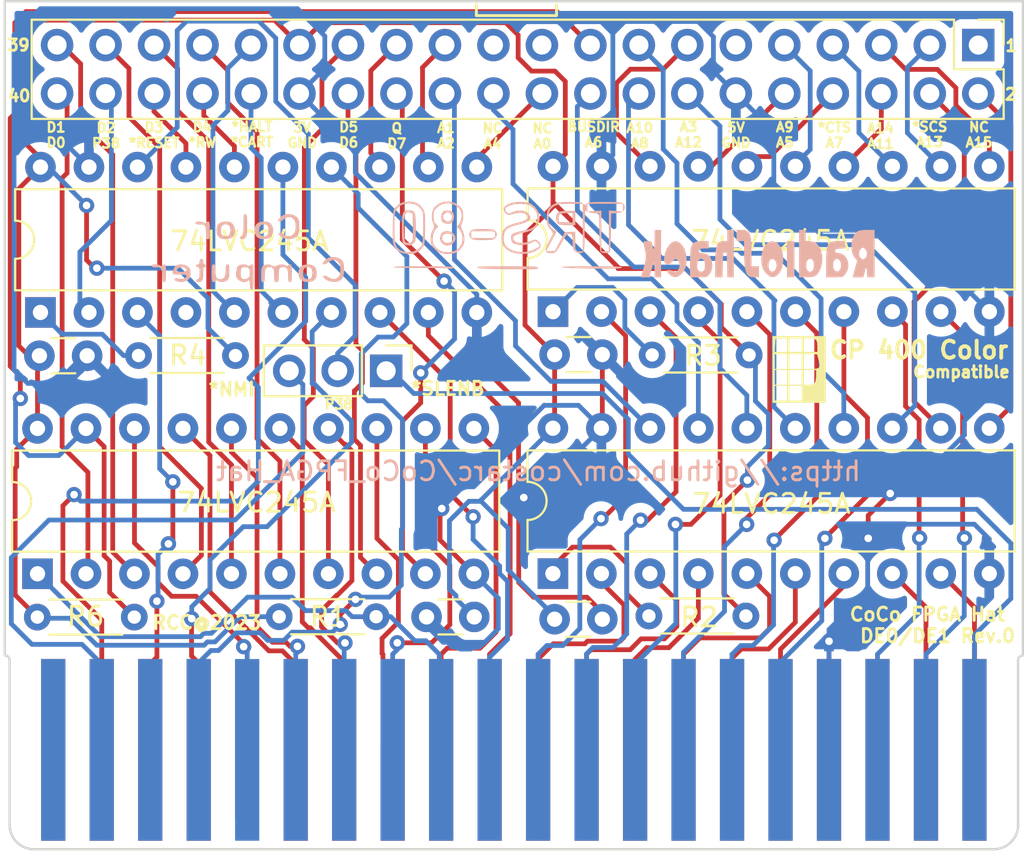
<source format=kicad_pcb>
(kicad_pcb (version 20211014) (generator pcbnew)
  (title_block (title "CoCo DE0/DE1 Hat") (date "2023-01-18") (rev "0") (company "RCC"))
  (layers (0 "F.Cu" signal) (31 "B.Cu" signal) (34 "B.Paste" user) (35 "F.Paste" user) (36 "B.SilkS" user "B.Silkscreen") (37 "F.SilkS" user "F.Silkscreen") (38 "B.Mask" user) (39 "F.Mask" user) (44 "Edge.Cuts" user))
  (net 0 "")
  (net 1 "Vdd")
  (net 2 "*C_NMI_SLENB")
  (net 3 "*C_RW")
  (net 4 "*C_CTS")
  (net 5 "*C_RESET")
  (net 7 "*C_HALT")
  (net 8 "C_A9")
  (net 9 "C_A15")
  (net 10 "C_A11")
  (net 11 "C_A10")
  (net 12 "C_A6")
  (net 13 "C_A7")
  (net 14 "C_A8")
  (net 15 "C_A12")
  (net 16 "C_A13")
  (net 17 "C_D0")
  (net 18 "C_A14")
  (net 19 "C_D1")
  (net 20 "C_A0")
  (net 21 "C_D2")
  (net 22 "C_A1")
  (net 23 "C_D3")
  (net 24 "C_A2")
  (net 25 "C_D4")
  (net 26 "C_A3")
  (net 27 "C_D5")
  (net 28 "C_A4")
  (net 29 "C_D6")
  (net 30 "C_A5")
  (net 31 "C_D7")
  (net 32 "*SLENB")
  (net 33 "*NMI_SLENB")
  (net 34 "*SCS")
  (net 37 "*HALT")
  (net 38 "*NMI")
  (net 39 "*RESET")
  (net 40 "Q")
  (net 41 "*CART")
  (net 42 "+5V")
  (net 43 "D0")
  (net 44 "D1")
  (net 45 "D2")
  (net 46 "D3")
  (net 47 "D4")
  (net 48 "D5")
  (net 49 "D6")
  (net 50 "D7")
  (net 51 "A0")
  (net 52 "A1")
  (net 53 "A2")
  (net 54 "A3")
  (net 55 "A4")
  (net 56 "A5")
  (net 57 "A6")
  (net 58 "A7")
  (net 59 "A8")
  (net 60 "A9")
  (net 61 "A10")
  (net 62 "A11")
  (net 63 "A12")
  (net 64 "*CTS")
  (net 65 "A13")
  (net 66 "A14")
  (net 67 "A15")
  (net 68 "Net-(R2-Pad2)")
  (net 69 "GNDREF")
  (net 70 "Net-(R3-Pad2)")
  (net 71 "Net-(R4-Pad2)")
  (net 72 "{slash}C_BUSDIR")
  (net 73 "C_Q")
  (net 74 "*C_SCS")
  (net 76 "Net-(P1-Pad18)")
  (net 78 "*C_CART")
  (net 80 "*RW")
  (footprint "Resistor_THT:R_Axial_DIN0204_L3.6mm_D1.6mm_P5.08mm_Horizontal" (layer "F.Cu") (at 75.5 64.85)
    (fp_text reference "R1")
    (fp_text value "10K" hide)
  )
  (footprint "Capacitor_THT:C_Disc_D3.0mm_W1.6mm_P2.50mm" (layer "F.Cu") (at 92.43 51.11 180)
    (fp_text reference "C3" hide)
    (fp_text value "0.1uf")
  )
  (footprint "Capacitor_THT:C_Disc_D3.0mm_W1.6mm_P2.50mm" (layer "F.Cu") (at 92.43 64.98 180)
    (fp_text reference "C2" hide)
    (fp_text value "0.1uf" hide)
  )
  (footprint "Package_DIP:DIP-20_W7.62mm" (layer "F.Cu") (at 62.84 62.6 90)
    (fp_text reference "U1" hide)
    (fp_text value "74LVC245A")
  )
  (footprint "Package_DIP:DIP-20_W7.62mm" (layer "F.Cu") (at 89.845 48.86 90)
    (fp_text reference "U3" hide)
    (fp_text value "74LVC245A")
  )
  (footprint "Roni Footprints:COCO-CART-HAT" (layer "F.Cu") (at 61.125 77.036)
    (fp_text reference "P1" hide)
    (fp_text value "CoCo_Slot" hide)
    (fp_line (start 0 -44.45) (end 0 -10.16) (layer "Edge.Cuts") (width 0.127))
    (fp_line (start 1.524 0) (end 51.816 0) (layer "Edge.Cuts") (width 0.127))
    (fp_line (start 53.34 -44.45) (end 0 -44.45) (layer "Edge.Cuts") (width 0.127))
    (fp_line (start 0.254 -9.906) (end 0.254 -1.27) (layer "Edge.Cuts") (width 0.127))
    (fp_line (start 53.086 -1.27) (end 53.086 -9.906) (layer "Edge.Cuts") (width 0.127))
    (fp_line (start 53.34 -10.16) (end 53.34 -44.45) (layer "Edge.Cuts") (width 0.127))
    (fp_arc (start 0 -10.16) (mid 0.179605 -10.085605) (end 0.254 -9.906) (layer "Edge.Cuts") (width 0.127))
    (fp_arc (start 1.524 0) (mid 0.625974 -0.371974) (end 0.254 -1.27) (layer "Edge.Cuts") (width 0.127))
    (fp_arc (start 53.086 -9.906) (mid 53.160395 -10.085605) (end 53.34 -10.16) (layer "Edge.Cuts") (width 0.127))
    (fp_arc (start 53.086 -1.27) (mid 52.714026 -0.371974) (end 51.816 0) (layer "Edge.Cuts") (width 0.127))
  )
  (footprint "Resistor_THT:R_Axial_DIN0204_L3.6mm_D1.6mm_P5.08mm_Horizontal" (layer "F.Cu") (at 99.95 64.81 180)
    (fp_text reference "R2")
    (fp_text value "10K" hide)
  )
  (footprint "Capacitor_THT:C_Disc_D3.0mm_W1.6mm_P2.50mm" (layer "F.Cu") (at 83.22 64.86)
    (fp_text reference "C1" hide)
    (fp_text value "0.1uf" hide)
  )
  (footprint "LOGO" (layer "F.Cu") (at 102.74 51.85817)
    (fp_text reference "G***" hide)
    (fp_text value "LOGO" hide)
  )
  (footprint "Capacitor_THT:C_Disc_D3.0mm_W1.6mm_P2.50mm" (layer "F.Cu") (at 65.44 51.17 180)
    (fp_text reference "C4" hide)
    (fp_text value "0.1uf" hide)
  )
  (footprint "Resistor_THT:R_Axial_DIN0204_L3.6mm_D1.6mm_P5.08mm_Horizontal" (layer "F.Cu") (at 100.12 51.13 180)
    (fp_text reference "R3")
    (fp_text value "10K" hide)
  )
  (footprint "Package_DIP:DIP-20_W7.62mm" (layer "F.Cu") (at 62.995 48.9 90)
    (fp_text reference "U4" hide)
    (fp_text value "74LVC245A")
  )
  (footprint "Package_DIP:DIP-20_W7.62mm" (layer "F.Cu") (at 89.84 62.59 90)
    (fp_text reference "U2" hide)
    (fp_text value "74LVC245A")
  )
  (footprint "Resistor_THT:R_Axial_DIN0204_L3.6mm_D1.6mm_P5.08mm_Horizontal" (layer "F.Cu") (at 73.21 51.16 180)
    (fp_text reference "R4")
    (fp_text value "10K" hide)
  )
  (footprint "Connector_PinHeader_2.54mm:PinHeader_2x20_P2.54mm_Vertical" (layer "F.Cu") (at 112.125 34.885 -90)
    (fp_text reference "IDC1" hide)
    (fp_text value "DE0 GPIO" hide)
  )
  (footprint "Connector_PinHeader_2.54mm:PinHeader_1x03_P2.54mm_Vertical" (layer "F.Cu") (at 81.105 51.96 -90)
    (fp_text reference "J1" hide)
    (fp_text value "J1")
  )
  (footprint "Resistor_THT:R_Axial_DIN0204_L3.6mm_D1.6mm_P5.08mm_Horizontal" (layer "F.Cu") (at 62.83 64.87)
    (fp_text reference "R6")
    (fp_text value "10K" hide)
  )
  (footprint "LOGO" (layer "B.Cu") (at 87.399532 45.793534 180)
    (fp_text reference "G***" hide)
    (fp_text value "LOGO" hide)
  )
  (gr_line (start 90.03 33.34) (end 85.83 33.34) (layer "F.SilkS") (width 0.15))
  (gr_line (start 90.03 32.76) (end 90.03 33.32) (layer "F.SilkS") (width 0.15))
  (gr_line (start 85.83 33.34) (end 85.83 32.75) (layer "F.SilkS") (width 0.15))
  (gr_text "https://github.com/costarc/CoCo_FPGA_Hat" (at 89.08 57.22) (layer "B.SilkS") (effects (font (size 1 1)) (justify mirror)))
  (gr_text "D1\nD0" (at 63.81 39.6) (layer "F.SilkS") (effects (font (size 0.5 0.5) (thickness 0.125))))
  (gr_text "*SLENB" (at 84.33 52.89) (layer "F.SilkS") (effects (font (size 0.7 0.7))))
  (gr_text "A14\nA11" (at 107 39.65) (layer "F.SilkS") (effects (font (size 0.5 0.5) (thickness 0.125))))
  (gr_text "D2\nP38" (at 66.43 39.63) (layer "F.SilkS") (effects (font (size 0.5 0.5) (thickness 0.125))))
  (gr_text "*HALT\n*CART" (at 74.07 39.57) (layer "F.SilkS") (effects (font (size 0.5 0.5) (thickness 0.125))))
  (gr_text "*NMI" (at 73.01 52.93) (layer "F.SilkS") (effects (font (size 0.7 0.7))))
  (gr_text "Q\nD7" (at 81.66 39.65) (layer "F.SilkS") (effects (font (size 0.5 0.5) (thickness 0.125))))
  (gr_text "CoCo FPGA Hat \nDE0/DE1 Rev.0" (at 114.14 65.29) (layer "F.SilkS") (effects (font (size 0.7 0.7)) (justify right)))
  (gr_text "3V\nGND" (at 76.71 39.61) (layer "F.SilkS") (effects (font (size 0.5 0.5) (thickness 0.125))))
  (gr_text "RCC@2023" (at 71.71 65.16) (layer "F.SilkS") (effects (font (size 0.7 0.7))))
  (gr_text "A3\nA12" (at 96.94 39.58) (layer "F.SilkS") (effects (font (size 0.5 0.5) (thickness 0.125))))
  (gr_text "BUSDIR\nA6" (at 91.97 39.58) (layer "F.SilkS") (effects (font (size 0.5 0.5) (thickness 0.125))))
  (gr_text "5V\nGND" (at 99.43 39.61) (layer "F.SilkS") (effects (font (size 0.5 0.5) (thickness 0.125))))
  (gr_text "NC\nA0" (at 89.29 39.65) (layer "F.SilkS") (effects (font (size 0.5 0.5) (thickness 0.125))))
  (gr_text "D5\nD6" (at 79.14 39.59) (layer "F.SilkS") (effects (font (size 0.5 0.5) (thickness 0.125))))
  (gr_text "Compatible" (at 111.24 52.02) (layer "F.SilkS") (effects (font (size 0.6 0.6))))
  (gr_text "A10\nA8" (at 94.39 39.63) (layer "F.SilkS") (effects (font (size 0.5 0.5) (thickness 0.125))))
  (gr_text "39" (at 61.84 34.89) (layer "F.SilkS") (effects (font (size 0.6 0.6))))
  (gr_text "1" (at 113.85 34.92) (layer "F.SilkS") (effects (font (size 0.6 0.6))))
  (gr_text "A9\nA5" (at 101.99 39.59) (layer "F.SilkS") (effects (font (size 0.5 0.5) (thickness 0.125))))
  (gr_text "P38" (at 78.62 53.72) (layer "F.SilkS") (effects (font (size 0.5 0.5) (thickness 0.125))))
  (gr_text "*SCS\nA13" (at 109.58 39.57) (layer "F.SilkS") (effects (font (size 0.5 0.5) (thickness 0.125))))
  (gr_text "D3\n*RESET" (at 68.95 39.61) (layer "F.SilkS") (effects (font (size 0.5 0.5) (thickness 0.125))))
  (gr_text "*CTS\nA7" (at 104.59 39.61) (layer "F.SilkS") (effects (font (size 0.5 0.5) (thickness 0.125))))
  (gr_text "NC\nA4" (at 86.68 39.65) (layer "F.SilkS") (effects (font (size 0.5 0.5) (thickness 0.125))))
  (gr_text "D4\n*RW" (at 71.47 39.59) (layer "F.SilkS") (effects (font (size 0.5 0.5) (thickness 0.125))))
  (gr_text "40" (at 61.88 37.55) (layer "F.SilkS") (effects (font (size 0.6 0.6))))
  (gr_text "CP 400 Color\n" (at 113.8 50.87) (layer "F.SilkS") (effects (font (size 0.9 0.9) (thickness 0.2)) (justify right)))
  (gr_text "2" (at 113.82 37.47) (layer "F.SilkS") (effects (font (size 0.6 0.6))))
  (gr_text "NC\nA15" (at 112.16 39.59) (layer "F.SilkS") (effects (font (size 0.5 0.5) (thickness 0.125))))
  (gr_text "A1\nA2" (at 84.24 39.63) (layer "F.SilkS") (effects (font (size 0.5 0.5) (thickness 0.125))))
  (segment (start 88.72 36.25) (end 89.95 36.25) (width 0.25) (layer "F.Cu") (net 1))
  (segment (start 93.26 46.54) (end 89.845 43.125) (width 0.25) (layer "F.Cu") (net 1))
  (segment (start 62.995 41.28) (end 61.86 42.415) (width 0.25) (layer "F.Cu") (net 1))
  (segment (start 89.93 54.88) (end 89.84 54.97) (width 0.25) (layer "F.Cu") (net 1))
  (segment (start 62.38 51.17) (end 62.94 51.17) (width 0.25) (layer "F.Cu") (net 1))
  (segment (start 89.845 43.355) (end 88.38 44.82) (width 0.25) (layer "F.Cu") (net 1))
  (segment (start 90.49 40.595) (end 89.845 41.24) (width 0.25) (layer "F.Cu") (net 1))
  (segment (start 99.95 64.81) (end 98.8 63.66) (width 0.25) (layer "F.Cu") (net 1))
  (segment (start 98.778198 58.938198) (end 98.816396 58.9) (width 0.25) (layer "F.Cu") (net 1))
  (segment (start 98.8 63.66) (end 98.8 58.96) (width 0.25) (layer "F.Cu") (net 1))
  (segment (start 96.795991 46.6) (end 93.26 46.6) (width 0.25) (layer "F.Cu") (net 1))
  (segment (start 61.75 56.07) (end 61.75 56.99) (width 0.25) (layer "F.Cu") (net 1))
  (segment (start 62.84 54.98) (end 61.75 56.07) (width 0.25) (layer "F.Cu") (net 1))
  (segment (start 90.49 36.79) (end 90.49 40.595) (width 0.25) (layer "F.Cu") (net 1))
  (segment (start 98.66 49.67) (end 98.66 48.464009) (width 0.25) (layer "F.Cu") (net 1))
  (segment (start 89.845 41.24) (end 89.845 43.125) (width 0.25) (layer "F.Cu") (net 1))
  (segment (start 62.995 40.825) (end 62.995 41.28) (width 0.25) (layer "F.Cu") (net 1))
  (segment (start 62.1 39.93) (end 62.995 40.825) (width 0.25) (layer "F.Cu") (net 1))
  (segment (start 100.12 51.13) (end 98.66 49.67) (width 0.25) (layer "F.Cu") (net 1))
  (segment (start 62.84 54.98) (end 62.84 51.27) (width 0.25) (layer "F.Cu") (net 1))
  (segment (start 89.95 36.25) (end 90.49 36.79) (width 0.25) (layer "F.Cu") (net 1))
  (segment (start 98.816396 58.9) (end 98.82 58.9) (width 0.25) (layer "F.Cu") (net 1))
  (segment (start 98.66 48.464009) (end 96.795991 46.6) (width 0.25) (layer "F.Cu") (net 1))
  (segment (start 98.8 58.96) (end 98.778198 58.938198) (width 0.25) (layer "F.Cu") (net 1))
  (segment (start 88.02 34.36) (end 88.02 35.55) (width 0.25) (layer "F.Cu") (net 1))
  (segment (start 75.26 33.58) (end 62.42 33.58) (width 0.25) (layer "F.Cu") (net 1))
  (segment (start 93.26 46.6) (end 93.26 46.54) (width 0.25) (layer "F.Cu") (net 1))
  (segment (start 89.93 51.11) (end 89.93 54.88) (width 0.25) (layer "F.Cu") (net 1))
  (segment (start 65.41 46.15) (end 65.41 43.29) (width 0.25) (layer "F.Cu") (net 1))
  (segment (start 61.75 56.99) (end 61.67 57.07) (width 0.25) (layer "F.Cu") (net 1))
  (segment (start 76.565 34.885) (end 75.26 33.58) (width 0.25) (layer "F.Cu") (net 1))
  (segment (start 61.86 50.65) (end 62.38 51.17) (width 0.25) (layer "F.Cu") (net 1))
  (segment (start 88.38 49.56) (end 89.93 51.11) (width 0.25) (layer "F.Cu") (net 1))
  (segment (start 88.38 44.82) (end 88.38 49.56) (width 0.25) (layer "F.Cu") (net 1))
  (segment (start 65.84 46.58) (end 65.41 46.15) (width 0.25) (layer "F.Cu") (net 1))
  (segment (start 65.95 46.58) (end 65.84 46.58) (width 0.25) (layer "F.Cu") (net 1))
  (segment (start 62.1 33.9) (end 62.1 39.93) (width 0.25) (layer "F.Cu") (net 1))
  (segment (start 61.67 63.71) (end 62.83 64.87) (width 0.25) (layer "F.Cu") (net 1))
  (segment (start 62.84 51.27) (end 62.94 51.17) (width 0.25) (layer "F.Cu") (net 1))
  (segment (start 61.67 57.07) (end 61.67 63.71) (width 0.25) (layer "F.Cu") (net 1))
  (segment (start 62.42 33.58) (end 62.1 33.9) (width 0.25) (layer "F.Cu") (net 1))
  (segment (start 98.82 58.9) (end 100.03 57.69) (width 0.25) (layer "F.Cu") (net 1))
  (segment (start 89.845 43.125) (end 89.845 43.355) (width 0.25) (layer "F.Cu") (net 1))
  (segment (start 87.37 33.71) (end 88.02 34.36) (width 0.25) (layer "F.Cu") (net 1))
  (segment (start 61.86 42.415) (end 61.86 50.65) (width 0.25) (layer "F.Cu") (net 1))
  (segment (start 77.74 33.71) (end 87.37 33.71) (width 0.25) (layer "F.Cu") (net 1))
  (segment (start 88.02 35.55) (end 88.72 36.25) (width 0.25) (layer "F.Cu") (net 1))
  (segment (start 76.565 34.885) (end 77.74 33.71) (width 0.25) (layer "F.Cu") (net 1))
  (via (at 65.41 43.29) (size 0.8) (drill 0.4) (layers "F.Cu" "B.Cu") (net 1))
  (via (at 65.95 46.58) (size 0.8) (drill 0.4) (layers "F.Cu" "B.Cu") (net 1))
  (via (at 100.03 57.69) (size 0.8) (drill 0.4) (layers "F.Cu" "B.Cu") (net 1))
  (segment (start 65.41 43.29) (end 63.4 41.28) (width 0.25) (layer "B.Cu") (net 1))
  (segment (start 62.89 64.93) (end 64.533604 64.93) (width 0.25) (layer "B.Cu") (net 1))
  (segment (start 89.84 54.97) (end 86.08 58.73) (width 0.25) (layer "B.Cu") (net 1))
  (segment (start 71.738909 66.17) (end 72.136396 66.17) (width 0.25) (layer "B.Cu") (net 1))
  (segment (start 65.948604 66.345) (end 71.563909 66.345) (width 0.25) (layer "B.Cu") (net 1))
  (segment (start 71.563909 66.345) (end 71.738909 66.17) (width 0.25) (layer "B.Cu") (net 1))
  (segment (start 100.03 56.99) (end 101.13 55.89) (width 0.25) (layer "B.Cu") (net 1))
  (segment (start 101.13 55.89) (end 101.13 54.23) (width 0.25) (layer "B.Cu") (net 1))
  (segment (start 64.533604 64.93) (end 65.948604 66.345) (width 0.25) (layer "B.Cu") (net 1))
  (segment (start 86.08 58.73) (end 86.08 58.8) (width 0.25) (layer "B.Cu") (net 1))
  (segment (start 70.2 46.58) (end 65.95 46.58) (width 0.25) (layer "B.Cu") (net 1))
  (segment (start 84.76 63.9) (end 85.72 64.86) (width 0.25) (layer "B.Cu") (net 1))
  (segment (start 100.45 53.55) (end 100.45 51.46) (width 0.25) (layer "B.Cu") (net 1))
  (segment (start 71.77 49.72) (end 71.77 48.151396) (width 0.25) (layer "B.Cu") (net 1))
  (segment (start 70.34 46.72) (end 70.2 46.58) (width 0.25) (layer "B.Cu") (net 1))
  (segment (start 73.456396 64.85) (end 75.5 64.85) (width 0.25) (layer "B.Cu") (net 1))
  (segment (start 62.83 64.87) (end 62.89 64.93) (width 0.25) (layer "B.Cu") (net 1))
  (segment (start 86.08 58.8) (end 85.44 58.8) (width 0.25) (layer "B.Cu") (net 1))
  (segment (start 63.4 41.28) (end 62.995 41.28) (width 0.25) (layer "B.Cu") (net 1))
  (segment (start 72.136396 66.17) (end 73.456396 64.85) (width 0.25) (layer "B.Cu") (net 1))
  (segment (start 70.85 47.231396) (end 70.85 47.23) (width 0.25) (layer "B.Cu") (net 1))
  (segment (start 87.5 60.22) (end 86.08 58.8) (width 0.25) (layer "B.Cu") (net 1))
  (segment (start 100.45 51.46) (end 100.12 51.13) (width 0.25) (layer "B.Cu") (net 1))
  (segment (start 71.77 48.151396) (end 70.85 47.231396) (width 0.25) (layer "B.Cu") (net 1))
  (segment (start 70.85 47.23) (end 70.34 46.72) (width 0.25) (layer "B.Cu") (net 1))
  (segment (start 85.44 58.8) (end 84.42 59.82) (width 0.25) (layer "B.Cu") (net 1))
  (segment (start 73.21 51.16) (end 71.77 49.72) (width 0.25) (layer "B.Cu") (net 1))
  (segment (start 84.76 63.74) (end 84.76 63.9) (width 0.25) (layer "B.Cu") (net 1))
  (segment (start 84.42 59.82) (end 84.42 63.4) (width 0.25) (layer "B.Cu") (net 1))
  (segment (start 89.93 64.83) (end 87.5 62.4) (width 0.25) (layer "B.Cu") (net 1))
  (segment (start 100.03 57.69) (end 100.03 56.99) (width 0.25) (layer "B.Cu") (net 1))
  (segment (start 87.5 62.4) (end 87.5 60.22) (width 0.25) (layer "B.Cu") (net 1))
  (segment (start 101.13 54.23) (end 100.45 53.55) (width 0.25) (layer "B.Cu") (net 1))
  (segment (start 84.42 63.4) (end 84.76 63.74) (width 0.25) (layer "B.Cu") (net 1))
  (segment (start 65.06 48.425) (end 65.535 48.9) (width 0.25) (layer "B.Cu") (net 2))
  (segment (start 66.71 37.73) (end 66.71 44.08) (width 0.25) (layer "B.Cu") (net 2))
  (segment (start 66.71 44.08) (end 65.06 45.73) (width 0.25) (layer "B.Cu") (net 2))
  (segment (start 66.405 37.425) (end 66.71 37.73) (width 0.25) (layer "B.Cu") (net 2))
  (segment (start 65.06 45.73) (end 65.06 48.425) (width 0.25) (layer "B.Cu") (net 2))
  (segment (start 73.155 41.28) (end 73.155 40.185) (width 0.25) (layer "F.Cu") (net 3))
  (segment (start 71.55 38.58) (end 71.55 37.49) (width 0.25) (layer "F.Cu") (net 3))
  (segment (start 73.155 40.185) (end 71.55 38.58) (width 0.25) (layer "F.Cu") (net 3))
  (segment (start 71.55 37.49) (end 71.485 37.425) (width 0.25) (layer "F.Cu") (net 3))
  (segment (start 105.87 39.485) (end 107.625 41.24) (width 0.25) (layer "B.Cu") (net 4))
  (segment (start 104.505 34.885) (end 105.87 36.25) (width 0.25) (layer "B.Cu") (net 4))
  (segment (start 105.87 36.25) (end 105.87 39.485) (width 0.25) (layer "B.Cu") (net 4))
  (segment (start 68.945 38.365) (end 70.61 40.03) (width 0.25) (layer "F.Cu") (net 5))
  (segment (start 70.61 40.12) (end 70.615 40.125) (width 0.25) (layer "F.Cu") (net 5))
  (segment (start 68.945 37.425) (end 68.945 38.365) (width 0.25) (layer "F.Cu") (net 5))
  (segment (start 70.615 40.125) (end 70.615 41.28) (width 0.25) (layer "F.Cu") (net 5))
  (segment (start 70.61 40.03) (end 70.61 40.12) (width 0.25) (layer "F.Cu") (net 5))
  (segment (start 72.03 47.775) (end 72.03 39.1) (width 0.25) (layer "B.Cu") (net 7))
  (segment (start 72.03 39.1) (end 72.82 38.31) (width 0.25) (layer "B.Cu") (net 7))
  (segment (start 72.809999 38.320001) (end 72.809999 36.100001) (width 0.25) (layer "B.Cu") (net 7))
  (segment (start 72.84 36.07) (end 74.025 34.885) (width 0.25) (layer "B.Cu") (net 7))
  (segment (start 73.155 48.9) (end 72.03 47.775) (width 0.25) (layer "B.Cu") (net 7))
  (segment (start 72.809999 36.100001) (end 74.025 34.885) (width 0.25) (layer "B.Cu") (net 7))
  (segment (start 101.965 34.885) (end 103.32 36.24) (width 0.25) (layer "B.Cu") (net 8))
  (segment (start 103.32 36.24) (end 103.32 40.36) (width 0.25) (layer "B.Cu") (net 8))
  (segment (start 102.545 41.135) (end 102.545 41.24) (width 0.25) (layer "B.Cu") (net 8))
  (segment (start 103.32 40.36) (end 102.545 41.135) (width 0.25) (layer "B.Cu") (net 8))
  (segment (start 112.7 54.97) (end 113.83 53.84) (width 0.25) (layer "F.Cu") (net 9))
  (segment (start 113.83 39.13) (end 112.125 37.425) (width 0.25) (layer "F.Cu") (net 9))
  (segment (start 113.83 53.84) (end 113.83 39.13) (width 0.25) (layer "F.Cu") (net 9))
  (segment (start 107.045 37.425) (end 107.045 39.28) (width 0.25) (layer "F.Cu") (net 10))
  (segment (start 107.045 39.28) (end 105.085 41.24) (width 0.25) (layer "F.Cu") (net 10))
  (segment (start 103.89 48.18) (end 101.51 45.8) (width 0.25) (layer "B.Cu") (net 11))
  (segment (start 94.345 34.885) (end 95.619278 36.159278) (width 0.25) (layer "B.Cu") (net 11))
  (segment (start 103.89 51.93) (end 103.89 48.18) (width 0.25) (layer "B.Cu") (net 11))
  (segment (start 95.619278 40.343287) (end 96.34 41.064009) (width 0.25) (layer "B.Cu") (net 11))
  (segment (start 99.553604 45.62) (end 97.71 45.62) (width 0.25) (layer "B.Cu") (net 11))
  (segment (start 95.619278 36.159278) (end 95.619278 40.343287) (width 0.25) (layer "B.Cu") (net 11))
  (segment (start 105.08 53.12) (end 103.89 51.93) (width 0.25) (layer "B.Cu") (net 11))
  (segment (start 96.34 41.064009) (end 96.34 44.25) (width 0.25) (layer "B.Cu") (net 11))
  (segment (start 101.51 45.8) (end 99.733604 45.8) (width 0.25) (layer "B.Cu") (net 11))
  (segment (start 105.08 54.97) (end 105.08 53.12) (width 0.25) (layer "B.Cu") (net 11))
  (segment (start 96.34 44.25) (end 97.71 45.62) (width 0.25) (layer "B.Cu") (net 11))
  (segment (start 99.733604 45.8) (end 99.553604 45.62) (width 0.25) (layer "B.Cu") (net 11))
  (segment (start 100 54.97) (end 100 53.24) (width 0.25) (layer "B.Cu") (net 12))
  (segment (start 91.12 43.56) (end 91.12 38.11) (width 0.25) (layer "B.Cu") (net 12))
  (segment (start 94.08 46.52) (end 91.12 43.56) (width 0.25) (layer "B.Cu") (net 12))
  (segment (start 98.59 51.83) (end 98.59 48.394009) (width 0.25) (layer "B.Cu") (net 12))
  (segment (start 98.59 48.394009) (end 96.715991 46.52) (width 0.25) (layer "B.Cu") (net 12))
  (segment (start 91.12 38.11) (end 91.805 37.425) (width 0.25) (layer "B.Cu") (net 12))
  (segment (start 96.715991 46.52) (end 94.08 46.52) (width 0.25) (layer "B.Cu") (net 12))
  (segment (start 100 53.24) (end 98.59 51.83) (width 0.25) (layer "B.Cu") (net 12))
  (segment (start 101.2 40.73) (end 100.515 40.73) (width 0.25) (layer "F.Cu") (net 13))
  (segment (start 104.505 37.425) (end 101.2 40.73) (width 0.25) (layer "F.Cu") (net 13))
  (segment (start 100.515 40.73) (end 100.005 41.24) (width 0.25) (layer "F.Cu") (net 13))
  (segment (start 101.47 48.28) (end 99.26 46.07) (width 0.25) (layer "B.Cu") (net 14))
  (segment (start 93.8 44.31) (end 93.8 37.97) (width 0.25) (layer "B.Cu") (net 14))
  (segment (start 101.42 53.85) (end 101.42 48.33) (width 0.25) (layer "B.Cu") (net 14))
  (segment (start 99.26 46.07) (end 95.56 46.07) (width 0.25) (layer "B.Cu") (net 14))
  (segment (start 95.56 46.07) (end 93.8 44.31) (width 0.25) (layer "B.Cu") (net 14))
  (segment (start 93.8 37.97) (end 94.345 37.425) (width 0.25) (layer "B.Cu") (net 14))
  (segment (start 102.54 54.97) (end 101.42 53.85) (width 0.25) (layer "B.Cu") (net 14))
  (segment (start 101.42 48.33) (end 101.47 48.28) (width 0.25) (layer "B.Cu") (net 14))
  (segment (start 107.62 54.97) (end 108.8 53.79) (width 0.25) (layer "B.Cu") (net 15))
  (segment (start 98.59 44.02) (end 98.59 39.13) (width 0.25) (layer "B.Cu") (net 15))
  (segment (start 98.59 39.13) (end 96.885 37.425) (width 0.25) (layer "B.Cu") (net 15))
  (segment (start 99.92 45.35) (end 98.59 44.02) (width 0.25) (layer "B.Cu") (net 15))
  (segment (start 108.8 47.86) (end 106.29 45.35) (width 0.25) (layer "B.Cu") (net 15))
  (segment (start 106.29 45.35) (end 99.92 45.35) (width 0.25) (layer "B.Cu") (net 15))
  (segment (start 108.8 53.79) (end 108.8 47.86) (width 0.25) (layer "B.Cu") (net 15))
  (segment (start 108.765 53.575) (end 108.765 48.325) (width 0.25) (layer "F.Cu") (net 16))
  (segment (start 108.765 48.325) (end 111.39 45.7) (width 0.25) (layer "F.Cu") (net 16))
  (segment (start 111.39 45.7) (end 111.39 39.23) (width 0.25) (layer "F.Cu") (net 16))
  (segment (start 110.16 54.97) (end 108.765 53.575) (width 0.25) (layer "F.Cu") (net 16))
  (segment (start 111.39 39.23) (end 109.585 37.425) (width 0.25) (layer "F.Cu") (net 16))
  (segment (start 63.865 37.425) (end 64.39 37.95) (width 0.25) (layer "F.Cu") (net 17))
  (segment (start 65.48 57.28) (end 65.48 62.5) (width 0.25) (layer "F.Cu") (net 17))
  (segment (start 64.13 55.93) (end 65.48 57.28) (width 0.25) (layer "F.Cu") (net 17))
  (segment (start 65.48 62.5) (end 65.38 62.6) (width 0.25) (layer "F.Cu") (net 17))
  (segment (start 64.39 41.59) (end 64.13 41.85) (width 0.25) (layer "F.Cu") (net 17))
  (segment (start 64.13 41.85) (end 64.13 55.93) (width 0.25) (layer "F.Cu") (net 17))
  (segment (start 64.39 37.95) (end 64.39 41.59) (width 0.25) (layer "F.Cu") (net 17))
  (segment (start 112.705 39.795) (end 112.705 41.24) (width 0.25) (layer "F.Cu") (net 18))
  (segment (start 108.32 36.16) (end 109.981701 36.16) (width 0.25) (layer "F.Cu") (net 18))
  (segment (start 110.95 38.04) (end 112.705 39.795) (width 0.25) (layer "F.Cu") (net 18))
  (segment (start 107.045 34.885) (end 108.32 36.16) (width 0.25) (layer "F.Cu") (net 18))
  (segment (start 110.95 37.128299) (end 110.95 38.04) (width 0.25) (layer "F.Cu") (net 18))
  (segment (start 109.981701 36.16) (end 110.95 37.128299) (width 0.25) (layer "F.Cu") (net 18))
  (segment (start 66.78 40.63) (end 66.78 61.46) (width 0.25) (layer "F.Cu") (net 19))
  (segment (start 65.1 38.95) (end 66.78 40.63) (width 0.25) (layer "F.Cu") (net 19))
  (segment (start 65.1 35.87) (end 65.1 38.95) (width 0.25) (layer "F.Cu") (net 19))
  (segment (start 63.865 34.885) (end 64.115 34.885) (width 0.25) (layer "F.Cu") (net 19))
  (segment (start 64.115 34.885) (end 65.1 35.87) (width 0.25) (layer "F.Cu") (net 19))
  (segment (start 66.78 61.46) (end 67.92 62.6) (width 0.25) (layer "F.Cu") (net 19))
  (segment (start 85.855 40.835) (end 89.265 37.425) (width 0.25) (layer "F.Cu") (net 20))
  (segment (start 85.855 41.28) (end 85.855 40.835) (width 0.25) (layer "F.Cu") (net 20))
  (segment (start 71.425 61.635) (end 71.425 58.125) (width 0.25) (layer "F.Cu") (net 21))
  (segment (start 69.24 40.26) (end 67.63 38.65) (width 0.25) (layer "F.Cu") (net 21))
  (segment (start 70.46 62.6) (end 71.425 61.635) (width 0.25) (layer "F.Cu") (net 21))
  (segment (start 67.63 38.65) (end 67.63 36.11) (width 0.25) (layer "F.Cu") (net 21))
  (segment (start 69.24 55.94) (end 69.24 40.26) (width 0.25) (layer "F.Cu") (net 21))
  (segment (start 67.63 36.11) (end 66.405 34.885) (width 0.25) (layer "F.Cu") (net 21))
  (segment (start 71.425 58.125) (end 69.24 55.94) (width 0.25) (layer "F.Cu") (net 21))
  (segment (start 83.01 36.06) (end 83.01 40.975) (width 0.25) (layer "F.Cu") (net 22))
  (segment (start 84.185 34.885) (end 83.01 36.06) (width 0.25) (layer "F.Cu") (net 22))
  (segment (start 83.01 40.975) (end 83.315 41.28) (width 0.25) (layer "F.Cu") (net 22))
  (segment (start 71.81 39.935) (end 71.615 39.74) (width 0.25) (layer "F.Cu") (net 23))
  (segment (start 70.18 36.12) (end 68.945 34.885) (width 0.25) (layer "F.Cu") (net 23))
  (segment (start 71.6 39.74) (end 70.18 38.32) (width 0.25) (layer "F.Cu") (net 23))
  (segment (start 73 56.883604) (end 71.81 55.693604) (width 0.25) (layer "F.Cu") (net 23))
  (segment (start 70.18 38.32) (end 70.18 36.12) (width 0.25) (layer "F.Cu") (net 23))
  (segment (start 71.615 39.74) (end 71.6 39.74) (width 0.25) (layer "F.Cu") (net 23))
  (segment (start 73 62.6) (end 73 56.883604) (width 0.25) (layer "F.Cu") (net 23))
  (segment (start 71.81 55.693604) (end 71.81 39.935) (width 0.25) (layer "F.Cu") (net 23))
  (segment (start 84.185 37.425) (end 84.68 37.92) (width 0.25) (layer "B.Cu") (net 24))
  (segment (start 87.88 49.334009) (end 87.88 50.650991) (width 0.25) (layer "B.Cu") (net 24))
  (segment (start 89.739009 52.51) (end 92.46 52.51) (width 0.25) (layer "B.Cu") (net 24))
  (segment (start 87.88 50.650991) (end 89.739009 52.51) (width 0.25) (layer "B.Cu") (net 24))
  (segment (start 84.68 46.134009) (end 87.88 49.334009) (width 0.25) (layer "B.Cu") (net 24))
  (segment (start 92.46 52.51) (end 94.92 54.97) (width 0.25) (layer "B.Cu") (net 24))
  (segment (start 84.68 37.92) (end 84.68 46.134009) (width 0.25) (layer "B.Cu") (net 24))
  (segment (start 75.54 62.6) (end 75.54 56.7) (width 0.25) (layer "F.Cu") (net 25))
  (segment (start 72.8 36.2) (end 71.485 34.885) (width 0.25) (layer "F.Cu") (net 25))
  (segment (start 74.34 39.44) (end 72.8 37.9) (width 0.25) (layer "F.Cu") (net 25))
  (segment (start 74.34 55.5) (end 74.34 39.44) (width 0.25) (layer "F.Cu") (net 25))
  (segment (start 72.8 37.9) (end 72.8 36.2) (width 0.25) (layer "F.Cu") (net 25))
  (segment (start 75.54 56.7) (end 74.34 55.5) (width 0.25) (layer "F.Cu") (net 25))
  (segment (start 93.9 36.15) (end 93.17 36.88) (width 0.25) (layer "F.Cu") (net 26))
  (segment (start 93.17 39.485) (end 94.925 41.24) (width 0.25) (layer "F.Cu") (net 26))
  (segment (start 96.885 34.885) (end 95.62 36.15) (width 0.25) (layer "F.Cu") (net 26))
  (segment (start 93.17 36.88) (end 93.17 39.485) (width 0.25) (layer "F.Cu") (net 26))
  (segment (start 95.62 36.15) (end 93.9 36.15) (width 0.25) (layer "F.Cu") (net 26))
  (segment (start 77.29 50.79) (end 76.81 50.31) (width 0.25) (layer "F.Cu") (net 27))
  (segment (start 76.81 53.78) (end 77.29 53.3) (width 0.25) (layer "F.Cu") (net 27))
  (segment (start 78.08 62.6) (end 78.08 56.87) (width 0.25) (layer "F.Cu") (net 27))
  (segment (start 77.74 36.25) (end 79.105 34.885) (width 0.25) (layer "F.Cu") (net 27))
  (segment (start 77.29 53.3) (end 77.29 50.79) (width 0.25) (layer "F.Cu") (net 27))
  (segment (start 76.81 50.31) (end 76.82 50.3) (width 0.25) (layer "F.Cu") (net 27))
  (segment (start 77.74 39.3) (end 77.74 36.25) (width 0.25) (layer "F.Cu") (net 27))
  (segment (start 76.82 40.22) (end 77.74 39.3) (width 0.25) (layer "F.Cu") (net 27))
  (segment (start 76.82 50.3) (end 76.82 40.22) (width 0.25) (layer "F.Cu") (net 27))
  (segment (start 76.81 55.6) (end 76.81 53.78) (width 0.25) (layer "F.Cu") (net 27))
  (segment (start 78.08 56.87) (end 76.81 55.6) (width 0.25) (layer "F.Cu") (net 27))
  (segment (start 92.73 47.14) (end 87.75 42.16) (width 0.25) (layer "B.Cu") (net 28))
  (segment (start 96.34 48.46) (end 95.02 47.14) (width 0.25) (layer "B.Cu") (net 28))
  (segment (start 96.34 49.35) (end 96.34 48.46) (width 0.25) (layer "B.Cu") (net 28))
  (segment (start 95.02 47.14) (end 92.73 47.14) (width 0.25) (layer "B.Cu") (net 28))
  (segment (start 97.46 54.97) (end 97.46 50.47) (width 0.25) (layer "B.Cu") (net 28))
  (segment (start 86.725 38.285) (end 86.725 37.425) (width 0.25) (layer "B.Cu") (net 28))
  (segment (start 87.75 42.16) (end 87.75 39.31) (width 0.25) (layer "B.Cu") (net 28))
  (segment (start 87.75 39.31) (end 86.725 38.285) (width 0.25) (layer "B.Cu") (net 28))
  (segment (start 97.46 50.47) (end 96.34 49.35) (width 0.25) (layer "B.Cu") (net 28))
  (segment (start 79.52 50.56) (end 79.52 40.45) (width 0.25) (layer "F.Cu") (net 29))
  (segment (start 79.105 40.035) (end 79.52 40.45) (width 0.25) (layer "F.Cu") (net 29))
  (segment (start 79.86 52.6) (end 79.86 50.9) (width 0.25) (layer "F.Cu") (net 29))
  (segment (start 79.105 37.425) (end 79.105 40.035) (width 0.25) (layer "F.Cu") (net 29))
  (segment (start 79.76 55.87) (end 79.76 61.74) (width 0.25) (layer "F.Cu") (net 29))
  (segment (start 79.86 50.9) (end 79.52 50.56) (width 0.25) (layer "F.Cu") (net 29))
  (segment (start 79.76 61.74) (end 80.62 62.6) (width 0.25) (layer "F.Cu") (net 29))
  (segment (start 79.44 53.02) (end 79.86 52.6) (width 0.25) (layer "F.Cu") (net 29))
  (segment (start 79.44 55.55) (end 79.76 55.87) (width 0.25) (layer "F.Cu") (net 29))
  (segment (start 79.44 53) (end 79.44 55.55) (width 0.25) (layer "F.Cu") (net 29))
  (segment (start 98.15 41.24) (end 97.465 41.24) (width 0.25) (layer "F.Cu") (net 30))
  (segment (start 101.965 37.425) (end 98.15 41.24) (width 0.25) (layer "F.Cu") (net 30))
  (segment (start 82.915201 53.633808) (end 81.96 54.589009) (width 0.25) (layer "F.Cu") (net 31))
  (segment (start 81.95 45.070589) (end 81.95 37.73) (width 0.25) (layer "F.Cu") (net 31))
  (segment (start 81.96 61.4) (end 83.16 62.6) (width 0.25) (layer "F.Cu") (net 31))
  (segment (start 82.915201 52.064799) (end 82.915201 53.633808) (width 0.25) (layer "F.Cu") (net 31))
  (segment (start 81.96 54.589009) (end 81.96 61.4) (width 0.25) (layer "F.Cu") (net 31))
  (segment (start 81.95 37.73) (end 81.645 37.425) (width 0.25) (layer "F.Cu") (net 31))
  (segment (start 84.139705 47.260294) (end 81.95 45.070589) (width 0.25) (layer "F.Cu") (net 31))
  (via (at 84.139705 47.260294) (size 0.8) (drill 0.4) (layers "F.Cu" "B.Cu") (net 31))
  (via (at 82.915201 52.064799) (size 0.8) (drill 0.4) (layers "F.Cu" "B.Cu") (net 31))
  (segment (start 84.69 50.29) (end 84.69 47.810589) (width 0.25) (layer "B.Cu") (net 31))
  (segment (start 84.69 47.810589) (end 84.139705 47.260294) (width 0.25) (layer "B.Cu") (net 31))
  (segment (start 82.915201 52.064799) (end 84.69 50.29) (width 0.25) (layer "B.Cu") (net 31))
  (segment (start 82.55 53.15) (end 81.36 51.96) (width 0.25) (layer "B.Cu") (net 32))
  (segment (start 113.83 63.9) (end 113.83 61) (width 0.25) (layer "B.Cu") (net 32))
  (segment (start 112.05 59.22) (end 96.68 59.22) (width 0.25) (layer "B.Cu") (net 32))
  (segment (start 111.925 71.829) (end 111.925 65.805) (width 0.25) (layer "B.Cu") (net 32))
  (segment (start 93.79 54.5) (end 92.44 53.15) (width 0.25) (layer "B.Cu") (net 32))
  (segment (start 111.925 65.805) (end 113.83 63.9) (width 0.25) (layer "B.Cu") (net 32))
  (segment (start 81.36 51.96) (end 81.105 51.96) (width 0.25) (layer "B.Cu") (net 32))
  (segment (start 92.44 53.15) (end 82.55 53.15) (width 0.25) (layer "B.Cu") (net 32))
  (segment (start 96.68 59.22) (end 93.79 56.33) (width 0.25) (layer "B.Cu") (net 32))
  (segment (start 113.83 61) (end 112.05 59.22) (width 0.25) (layer "B.Cu") (net 32))
  (segment (start 93.79 56.33) (end 93.79 54.5) (width 0.25) (layer "B.Cu") (net 32))
  (segment (start 74.431701 33.63) (end 70.65 33.63) (width 0.25) (layer "B.Cu") (net 33))
  (segment (start 77.028199 44.998199) (end 77.028199 39.5499) (width 0.25) (layer "B.Cu") (net 33))
  (segment (start 70.65 33.63) (end 70.16 34.12) (width 0.25) (layer "B.Cu") (net 33))
  (segment (start 78.565 51.96) (end 78.565 51.045) (width 0.25) (layer "B.Cu") (net 33))
  (segment (start 75.32 34.518299) (end 74.431701 33.63) (width 0.25) (layer "B.Cu") (net 33))
  (segment (start 77.028199 39.5499) (end 75.32 37.841701) (width 0.25) (layer "B.Cu") (net 33))
  (segment (start 79.48 50.13) (end 79.48 47.45) (width 0.25) (layer "B.Cu") (net 33))
  (segment (start 78.565 51.045) (end 79.48 50.13) (width 0.25) (layer "B.Cu") (net 33))
  (segment (start 75.32 37.841701) (end 75.32 34.518299) (width 0.25) (layer "B.Cu") (net 33))
  (segment (start 70.16 34.12) (end 70.16 39.195) (width 0.25) (layer "B.Cu") (net 33))
  (segment (start 79.48 47.45) (end 77.028199 44.998199) (width 0.25) (layer "B.Cu") (net 33))
  (segment (start 70.16 39.195) (end 68.075 41.28) (width 0.25) (layer "B.Cu") (net 33))
  (segment (start 108.46 53.97) (end 108.46 53.96) (width 0.25) (layer "F.Cu") (net 34))
  (segment (start 108.315 53.815) (end 108.315 49.55) (width 0.25) (layer "F.Cu") (net 34))
  (segment (start 109.025699 54.535699) (end 108.46 53.97) (width 0.25) (layer "F.Cu") (net 34))
  (segment (start 108.315 49.55) (end 107.625 48.86) (width 0.25) (layer "F.Cu") (net 34))
  (segment (start 108.46 53.96) (end 108.315 53.815) (width 0.25) (layer "F.Cu") (net 34))
  (segment (start 109.025699 60.700199) (end 109.025699 54.535699) (width 0.25) (layer "F.Cu") (net 34))
  (segment (start 109.05 60.7245) (end 109.025699 60.700199) (width 0.25) (layer "F.Cu") (net 34))
  (via (at 109.05 60.7245) (size 0.8) (drill 0.4) (layers "F.Cu" "B.Cu") (net 34))
  (segment (start 109.025699 64.635801) (end 106.845 66.8165) (width 0.25) (layer "B.Cu") (net 34))
  (segment (start 109.025699 60.748801) (end 109.025699 64.635801) (width 0.25) (layer "B.Cu") (net 34))
  (segment (start 109.05 60.7245) (end 109.025699 60.748801) (width 0.25) (layer "B.Cu") (net 34))
  (segment (start 106.845 66.8165) (end 106.845 71.829) (width 0.25) (layer "B.Cu") (net 34))
  (segment (start 66.205 65.015991) (end 66.205 71.829) (width 0.25) (layer "F.Cu") (net 37))
  (segment (start 64.17 62.980991) (end 66.205 65.015991) (width 0.25) (layer "F.Cu") (net 37))
  (segment (start 64.7555 58.45) (end 64.17 59.0355) (width 0.25) (layer "F.Cu") (net 37))
  (segment (start 64.17 59.0355) (end 64.17 62.980991) (width 0.25) (layer "F.Cu") (net 37))
  (via (at 64.7555 58.45) (size 0.8) (drill 0.4) (layers "F.Cu" "B.Cu") (net 37))
  (segment (start 75.695 45.875) (end 75.695 41.28) (width 0.25) (layer "B.Cu") (net 37))
  (segment (start 76.89 47.07) (end 75.695 45.875) (width 0.25) (layer "B.Cu") (net 37))
  (segment (start 73.35 58.79) (end 65.0955 58.79) (width 0.25) (layer "B.Cu") (net 37))
  (segment (start 76.2 50.05) (end 76.89 49.36) (width 0.25) (layer "B.Cu") (net 37))
  (segment (start 73.92 52.34) (end 74.409301 52.829301) (width 0.25) (layer "B.Cu") (net 37))
  (segment (start 73.92 52.34) (end 76.2 50.06) (width 0.25) (layer "B.Cu") (net 37))
  (segment (start 74.409301 52.829301) (end 74.409301 57.730699) (width 0.25) (layer "B.Cu") (net 37))
  (segment (start 76.89 49.36) (end 76.89 47.07) (width 0.25) (layer "B.Cu") (net 37))
  (segment (start 65.0955 58.79) (end 64.7555 58.45) (width 0.25) (layer "B.Cu") (net 37))
  (segment (start 76.2 50.06) (end 76.2 50.05) (width 0.25) (layer "B.Cu") (net 37))
  (segment (start 74.409301 57.730699) (end 73.35 58.79) (width 0.25) (layer "B.Cu") (net 37))
  (segment (start 63.44 59.78) (end 73.19 59.78) (width 0.25) (layer "B.Cu") (net 38))
  (segment (start 66.205 71.829) (end 66.205 67.334222) (width 0.25) (layer "B.Cu") (net 38))
  (segment (start 62.55 66.3) (end 61.467821 65.217821) (width 0.25) (layer "B.Cu") (net 38))
  (segment (start 66.205 67.334222) (end 65.170778 66.3) (width 0.25) (layer "B.Cu") (net 38))
  (segment (start 61.467821 61.752179) (end 63.44 59.78) (width 0.25) (layer "B.Cu") (net 38))
  (segment (start 76.74 52.675) (end 76.025 51.96) (width 0.25) (layer "B.Cu") (net 38))
  (segment (start 65.170778 66.3) (end 62.55 66.3) (width 0.25) (layer "B.Cu") (net 38))
  (segment (start 76.74 56.23) (end 76.74 52.675) (width 0.25) (layer "B.Cu") (net 38))
  (segment (start 61.467821 65.217821) (end 61.467821 61.752179) (width 0.25) (layer "B.Cu") (net 38))
  (segment (start 73.19 59.78) (end 76.74 56.23) (width 0.25) (layer "B.Cu") (net 38))
  (segment (start 69.09545 64.03455) (end 69.09545 66.96455) (width 0.25) (layer "F.Cu") (net 39))
  (segment (start 69.93 60.8) (end 69.7 61.03) (width 0.25) (layer "F.Cu") (net 39))
  (segment (start 68.745 67.315) (end 68.745 71.829) (width 0.25) (layer "F.Cu") (net 39))
  (segment (start 69.93 57.78) (end 69.93 60.8) (width 0.25) (layer "F.Cu") (net 39))
  (segment (start 69.09545 66.96455) (end 68.745 67.315) (width 0.25) (layer "F.Cu") (net 39))
  (via (at 69.93 57.78) (size 0.8) (drill 0.4) (layers "F.Cu" "B.Cu") (net 39))
  (via (at 69.7 61.03) (size 0.8) (drill 0.4) (layers "F.Cu" "B.Cu") (net 39))
  (via (at 69.09545 64.03455) (size 0.8) (drill 0.4) (layers "F.Cu" "B.Cu") (net 39))
  (segment (start 69.155 63.975) (end 69.155 61.575) (width 0.25) (layer "B.Cu") (net 39))
  (segment (start 69.24 50.126201) (end 68.075 48.961201) (width 0.25) (layer "B.Cu") (net 39))
  (segment (start 68.075 48.961201) (end 68.075 48.9) (width 0.25) (layer "B.Cu") (net 39))
  (segment (start 69.24 57.09) (end 69.93 57.78) (width 0.25) (layer "B.Cu") (net 39))
  (segment (start 69.155 61.575) (end 69.7 61.03) (width 0.25) (layer "B.Cu") (net 39))
  (segment (start 69.09545 64.03455) (end 69.155 63.975) (width 0.25) (layer "B.Cu") (net 39))
  (segment (start 69.24 54.12) (end 69.24 50.126201) (width 0.25) (layer "B.Cu") (net 39))
  (segment (start 69.24 54.12) (end 69.24 57.09) (width 0.25) (layer "B.Cu") (net 39))
  (segment (start 71.285 67.285) (end 71.285 71.829) (width 0.25) (layer "F.Cu") (net 40))
  (segment (start 70.92 64.95) (end 70.91 64.96) (width 0.25) (layer "F.Cu") (net 40))
  (segment (start 70.91 66.91) (end 71.285 67.285) (width 0.25) (layer "F.Cu") (net 40))
  (segment (start 70.91 64.96) (end 70.91 66.91) (width 0.25) (layer "F.Cu") (net 40))
  (via (at 70.92 64.95) (size 0.8) (drill 0.4) (layers "F.Cu" "B.Cu") (net 40))
  (segment (start 78.235 48.9) (end 77.23 49.905) (width 0.25) (layer "B.Cu") (net 40))
  (segment (start 71.875 61.875) (end 71.875 63.375) (width 0.25) (layer "B.Cu") (net 40))
  (segment (start 74.87 60.13) (end 73.62 60.13) (width 0.25) (layer "B.Cu") (net 40))
  (segment (start 71.875 63.375) (end 70.92 64.33) (width 0.25) (layer "B.Cu") (net 40))
  (segment (start 77.23 52.63) (end 77.320992 52.63) (width 0.25) (layer "B.Cu") (net 40))
  (segment (start 73.62 60.13) (end 71.875 61.875) (width 0.25) (layer "B.Cu") (net 40))
  (segment (start 70.92 64.33) (end 70.92 64.95) (width 0.25) (layer "B.Cu") (net 40))
  (segment (start 77.320992 52.63) (end 79.29 54.599009) (width 0.25) (layer "B.Cu") (net 40))
  (segment (start 79.29 54.599009) (end 79.29 55.71) (width 0.25) (layer "B.Cu") (net 40))
  (segment (start 79.29 55.71) (end 74.87 60.13) (width 0.25) (layer "B.Cu") (net 40))
  (segment (start 77.23 49.905) (end 77.23 52.63) (width 0.25) (layer "B.Cu") (net 40))
  (segment (start 79.5 63.94) (end 78.697195 64.742805) (width 0.25) (layer "F.Cu") (net 41))
  (segment (start 78.697195 64.742805) (end 78.697195 65.254996) (width 0.25) (layer "F.Cu") (net 41))
  (via (at 78.697195 65.254996) (size 0.8) (drill 0.4) (layers "F.Cu" "B.Cu") (net 41))
  (via (at 79.5 63.94) (size 0.8) (drill 0.4) (layers "F.Cu" "B.Cu") (net 41))
  (segment (start 76.174695 65.66) (end 78.292191 65.66) (width 0.25) (layer "B.Cu") (net 41))
  (segment (start 81.97 54.53) (end 80.97 53.53) (width 0.25) (layer "B.Cu") (net 41))
  (segment (start 72.322792 66.62) (end 73.247792 65.695) (width 0.25) (layer "B.Cu") (net 41))
  (segment (start 74.505 65.695) (end 74.9 66.09) (width 0.25) (layer "B.Cu") (net 41))
  (segment (start 75.744695 66.09) (end 76.174695 65.66) (width 0.25) (layer "B.Cu") (net 41))
  (segment (start 80.68 50.19) (end 81.48 50.19) (width 0.25) (layer "B.Cu") (net 41))
  (segment (start 73.247792 65.695) (end 74.505 65.695) (width 0.25) (layer "B.Cu") (net 41))
  (segment (start 79.8 51.07) (end 80.68 50.19) (width 0.25) (layer "B.Cu") (net 41))
  (segment (start 81.27 63.82) (end 81.9 63.19) (width 0.25) (layer "B.Cu") (net 41))
  (segment (start 82.19 45.97) (end 79.64 43.42) (width 0.25) (layer "B.Cu") (net 41))
  (segment (start 81.48 50.19) (end 82.19 49.48) (width 0.25) (layer "B.Cu") (net 41))
  (segment (start 71.925305 66.62) (end 72.322792 66.62) (width 0.25) (layer "B.Cu") (net 41))
  (segment (start 81.9 63.19) (end 81.9 60.274695) (width 0.25) (layer "B.Cu") (net 41))
  (segment (start 81.9 60.274695) (end 81.97 60.204695) (width 0.25) (layer "B.Cu") (net 41))
  (segment (start 79.64 42.685) (end 78.235 41.28) (width 0.25) (layer "B.Cu") (net 41))
  (segment (start 79.64 43.42) (end 79.64 42.685) (width 0.25) (layer "B.Cu") (net 41))
  (segment (start 80.97 53.53) (end 80.143556 53.53) (width 0.25) (layer "B.Cu") (net 41))
  (segment (start 71.285 67.260305) (end 71.925305 66.62) (width 0.25) (layer "B.Cu") (net 41))
  (segment (start 81.97 60.204695) (end 81.97 54.53) (width 0.25) (layer "B.Cu") (net 41))
  (segment (start 74.9 66.09) (end 75.744695 66.09) (width 0.25) (layer "B.Cu") (net 41))
  (segment (start 78.292191 65.66) (end 78.697195 65.254996) (width 0.25) (layer "B.Cu") (net 41))
  (segment (start 79.8 53.186444) (end 79.8 51.07) (width 0.25) (layer "B.Cu") (net 41))
  (segment (start 82.19 49.48) (end 82.19 45.97) (width 0.25) (layer "B.Cu") (net 41))
  (segment (start 80.143556 53.53) (end 79.8 53.186444) (width 0.25) (layer "B.Cu") (net 41))
  (segment (start 71.285 71.829) (end 71.285 67.260305) (width 0.25) (layer "B.Cu") (net 41))
  (segment (start 79.62 63.82) (end 81.27 63.82) (width 0.25) (layer "B.Cu") (net 41))
  (segment (start 73.638695 66.4195) (end 73.638695 66.268695) (width 0.25) (layer "F.Cu") (net 43))
  (segment (start 69.16 63.0745) (end 69.16 62.22) (width 0.25) (layer "F.Cu") (net 43))
  (segment (start 69.87 63.78) (end 69.1645 63.0745) (width 0.25) (layer "F.Cu") (net 43))
  (segment (start 67.92 60.98) (end 67.92 54.98) (width 0.25) (layer "F.Cu") (net 43))
  (segment (start 69.1645 63.0745) (end 69.16 63.0745) (width 0.25) (layer "F.Cu") (net 43))
  (segment (start 69.16 62.22) (end 67.92 60.98) (width 0.25) (layer "F.Cu") (net 43))
  (segment (start 71.15 63.78) (end 69.87 63.78) (width 0.25) (layer "F.Cu") (net 43))
  (segment (start 73.638695 66.268695) (end 71.15 63.78) (width 0.25) (layer "F.Cu") (net 43))
  (via (at 73.638695 66.4195) (size 0.8) (drill 0.4) (layers "F.Cu" "B.Cu") (net 43))
  (segment (start 73.825 66.605805) (end 73.638695 66.4195) (width 0.25) (layer "B.Cu") (net 43))
  (segment (start 73.825 71.829) (end 73.825 66.605805) (width 0.25) (layer "B.Cu") (net 43))
  (segment (start 71.875 63.551396) (end 74.963604 66.64) (width 0.25) (layer "F.Cu") (net 44))
  (segment (start 74.963604 66.64) (end 75.670778 66.64) (width 0.25) (layer "F.Cu") (net 44))
  (segment (start 71.875 56.395) (end 71.875 63.551396) (width 0.25) (layer "F.Cu") (net 44))
  (segment (start 75.670778 66.64) (end 76.365 67.334222) (width 0.25) (layer "F.Cu") (net 44))
  (segment (start 76.365 67.334222) (end 76.365 71.829) (width 0.25) (layer "F.Cu") (net 44))
  (segment (start 70.46 54.98) (end 71.875 56.395) (width 0.25) (layer "F.Cu") (net 44))
  (segment (start 76.069486 66.402312) (end 75.857174 66.19) (width 0.25) (layer "F.Cu") (net 45))
  (segment (start 76.457688 66.402312) (end 76.069486 66.402312) (width 0.25) (layer "F.Cu") (net 45))
  (segment (start 74.34 65.38) (end 74.34 57.56) (width 0.25) (layer "F.Cu") (net 45))
  (segment (start 73 56.22) (end 73 54.98) (width 0.25) (layer "F.Cu") (net 45))
  (segment (start 75.857174 66.19) (end 75.15 66.19) (width 0.25) (layer "F.Cu") (net 45))
  (segment (start 74.34 57.56) (end 73 56.22) (width 0.25) (layer "F.Cu") (net 45))
  (segment (start 75.15 66.19) (end 74.34 65.38) (width 0.25) (layer "F.Cu") (net 45))
  (via (at 76.457688 66.402312) (size 0.8) (drill 0.4) (layers "F.Cu" "B.Cu") (net 45))
  (segment (start 76.457688 66.402312) (end 76.457688 66.723812) (width 0.25) (layer "B.Cu") (net 45))
  (segment (start 76.457688 66.723812) (end 76.365 66.8165) (width 0.25) (layer "B.Cu") (net 45))
  (segment (start 76.365 66.8165) (end 76.365 71.829) (width 0.25) (layer "B.Cu") (net 45))
  (segment (start 76.71 65.12) (end 76.71 56.15) (width 0.25) (layer "F.Cu") (net 46))
  (segment (start 77.02 65.43) (end 76.71 65.12) (width 0.25) (layer "F.Cu") (net 46))
  (segment (start 76.71 56.15) (end 75.54 54.98) (width 0.25) (layer "F.Cu") (net 46))
  (segment (start 77.13 65.43) (end 77.02 65.43) (width 0.25) (layer "F.Cu") (net 46))
  (segment (start 78.905 67.205) (end 77.13 65.43) (width 0.25) (layer "F.Cu") (net 46))
  (segment (start 78.905 71.829) (end 78.905 67.205) (width 0.25) (layer "F.Cu") (net 46))
  (segment (start 77.72 64.52) (end 78.515 63.725) (width 0.25) (layer "F.Cu") (net 47))
  (segment (start 78.947299 66.222701) (end 78.559097 66.222701) (width 0.25) (layer "F.Cu") (net 47))
  (segment (start 77.72 65.383604) (end 77.72 64.52) (width 0.25) (layer "F.Cu") (net 47))
  (segment (start 78.515 63.725) (end 78.545991 63.725) (width 0.25) (layer "F.Cu") (net 47))
  (segment (start 78.91 55.81) (end 78.08 54.98) (width 0.25) (layer "F.Cu") (net 47))
  (segment (start 79.31 62.960991) (end 79.31 56.16) (width 0.25) (layer "F.Cu") (net 47))
  (segment (start 78.96 55.81) (end 78.91 55.81) (width 0.25) (layer "F.Cu") (net 47))
  (segment (start 78.545991 63.725) (end 79.31 62.960991) (width 0.25) (layer "F.Cu") (net 47))
  (segment (start 78.559097 66.222701) (end 77.72 65.383604) (width 0.25) (layer "F.Cu") (net 47))
  (segment (start 79.31 56.16) (end 78.96 55.81) (width 0.25) (layer "F.Cu") (net 47))
  (via (at 78.947299 66.222701) (size 0.8) (drill 0.4) (layers "F.Cu" "B.Cu") (net 47))
  (segment (start 78.905 66.265) (end 78.905 71.829) (width 0.25) (layer "B.Cu") (net 47))
  (segment (start 78.947299 66.222701) (end 78.905 66.265) (width 0.25) (layer "B.Cu") (net 47))
  (segment (start 81.745 61.865) (end 81.745 65.134569) (width 0.25) (layer "F.Cu") (net 48))
  (segment (start 80.62 60.74) (end 81.745 61.865) (width 0.25) (layer "F.Cu") (net 48))
  (segment (start 80.62 54.98) (end 80.62 60.74) (width 0.25) (layer "F.Cu") (net 48))
  (segment (start 80.89 66.779222) (end 80.935 66.824222) (width 0.25) (layer "F.Cu") (net 48))
  (segment (start 80.935 66.824222) (end 80.935 71.319) (width 0.25) (layer "F.Cu") (net 48))
  (segment (start 80.935 71.319) (end 81.445 71.829) (width 0.25) (layer "F.Cu") (net 48))
  (segment (start 81.745 65.134569) (end 80.89 65.989569) (width 0.25) (layer "F.Cu") (net 48))
  (segment (start 80.89 65.989569) (end 80.89 66.779222) (width 0.25) (layer "F.Cu") (net 48))
  (segment (start 83.492917 66.217083) (end 84.44 65.27) (width 0.25) (layer "F.Cu") (net 49))
  (segment (start 81.687084 66.217083) (end 83.492917 66.217083) (width 0.25) (layer "F.Cu") (net 49))
  (segment (start 84.44 62.16) (end 83.16 60.88) (width 0.25) (layer "F.Cu") (net 49))
  (segment (start 83.16 60.88) (end 83.16 54.98) (width 0.25) (layer "F.Cu") (net 49))
  (segment (start 84.44 65.27) (end 84.44 62.16) (width 0.25) (layer "F.Cu") (net 49))
  (via (at 81.687084 66.217083) (size 0.8) (drill 0.4) (layers "F.Cu" "B.Cu") (net 49))
  (segment (start 81.445 66.8165) (end 81.445 71.829) (width 0.25) (layer "B.Cu") (net 49))
  (segment (start 81.687084 66.217083) (end 81.687084 66.574416) (width 0.25) (layer "B.Cu") (net 49))
  (segment (start 81.687084 66.574416) (end 81.445 66.8165) (width 0.25) (layer "B.Cu") (net 49))
  (segment (start 84.3015 66.5) (end 86.02 66.5) (width 0.25) (layer "F.Cu") (net 50))
  (segment (start 83.985 71.829) (end 83.985 66.8165) (width 0.25) (layer "F.Cu") (net 50))
  (segment (start 86.86 56.14) (end 85.7 54.98) (width 0.25) (layer "F.Cu") (net 50))
  (segment (start 83.985 66.8165) (end 84.3015 66.5) (width 0.25) (layer "F.Cu") (net 50))
  (segment (start 86.02 66.5) (end 86.86 65.66) (width 0.25) (layer "F.Cu") (net 50))
  (segment (start 86.86 65.66) (end 86.86 56.14) (width 0.25) (layer "F.Cu") (net 50))
  (segment (start 87.6 65.7415) (end 87.6 58.796396) (width 0.25) (layer "F.Cu") (net 51))
  (segment (start 87.59 58.786396) (end 87.59 54.39) (width 0.25) (layer "F.Cu") (net 51))
  (segment (start 87.59 54.39) (end 83.315 50.115) (width 0.25) (layer "F.Cu") (net 51))
  (segment (start 87.6 58.796396) (end 87.59 58.786396) (width 0.25) (layer "F.Cu") (net 51))
  (segment (start 83.315 50.115) (end 83.315 48.9) (width 0.25) (layer "F.Cu") (net 51))
  (segment (start 86.525 71.829) (end 86.525 66.8165) (width 0.25) (layer "F.Cu") (net 51))
  (segment (start 86.525 66.8165) (end 87.6 65.7415) (width 0.25) (layer "F.Cu") (net 51))
  (segment (start 85.66 59.61) (end 84.46 58.41) (width 0.25) (layer "F.Cu") (net 52))
  (segment (start 84.46 52.585) (end 80.775 48.9) (width 0.25) (layer "F.Cu") (net 52))
  (segment (start 84.46 58.41) (end 84.46 52.585) (width 0.25) (layer "F.Cu") (net 52))
  (via (at 85.66 59.61) (size 0.8) (drill 0.4) (layers "F.Cu" "B.Cu") (net 52))
  (segment (start 87.05 62.19) (end 87.05 62.586396) (width 0.25) (layer "B.Cu") (net 52))
  (segment (start 87.46 62.996396) (end 87.46 66.04) (width 0.25) (layer "B.Cu") (net 52))
  (segment (start 85.66 59.61) (end 85.66 60.8) (width 0.25) (layer "B.Cu") (net 52))
  (segment (start 87.05 62.586396) (end 87.46 62.996396) (width 0.25) (layer "B.Cu") (net 52))
  (segment (start 85.66 60.8) (end 87.05 62.19) (width 0.25) (layer "B.Cu") (net 52))
  (segment (start 86.525 66.975) (end 86.525 71.829) (width 0.25) (layer "B.Cu") (net 52))
  (segment (start 87.46 66.04) (end 86.525 66.975) (width 0.25) (layer "B.Cu") (net 52))
  (segment (start 93.56 65.93) (end 93.36 66.13) (width 0.25) (layer "F.Cu") (net 53))
  (segment (start 92.38 63.05) (end 93.56 64.23) (width 0.25) (layer "F.Cu") (net 53))
  (segment (start 89.86 66.27) (end 89.065 67.065) (width 0.25) (layer "F.Cu") (net 53))
  (segment (start 93.56 64.23) (end 93.56 65.93) (width 0.25) (layer "F.Cu") (net 53))
  (segment (start 89.065 67.065) (end 89.065 71.829) (width 0.25) (layer "F.Cu") (net 53))
  (segment (start 93.36 66.13) (end 91.655104 66.13) (width 0.25) (layer "F.Cu") (net 53))
  (segment (start 92.38 62.59) (end 92.38 63.05) (width 0.25) (layer "F.Cu") (net 53))
  (segment (start 91.655104 66.13) (end 91.515104 66.27) (width 0.25) (layer "F.Cu") (net 53))
  (segment (start 91.515104 66.27) (end 89.86 66.27) (width 0.25) (layer "F.Cu") (net 53))
  (segment (start 93.65 58.51) (end 93.65 50.125) (width 0.25) (layer "F.Cu") (net 54))
  (segment (start 92.45 59.71) (end 93.65 58.51) (width 0.25) (layer "F.Cu") (net 54))
  (segment (start 93.65 50.125) (end 92.385 48.86) (width 0.25) (layer "F.Cu") (net 54))
  (segment (start 92.36 59.71) (end 92.45 59.71) (width 0.25) (layer "F.Cu") (net 54))
  (via (at 92.36 59.71) (size 0.8) (drill 0.4) (layers "F.Cu" "B.Cu") (net 54))
  (segment (start 91.25 65.47) (end 90.885 65.835) (width 0.25) (layer "B.Cu") (net 54))
  (segment (start 92.36 59.71) (end 91.25 60.82) (width 0.25) (layer "B.Cu") (net 54))
  (segment (start 91.25 60.82) (end 91.25 65.47) (width 0.25) (layer "B.Cu") (net 54))
  (segment (start 90.36 66.36) (end 90.885 65.835) (width 0.25) (layer "B.Cu") (net 54))
  (segment (start 89.065 66.8165) (end 89.5215 66.36) (width 0.25) (layer "B.Cu") (net 54))
  (segment (start 89.065 71.829) (end 89.065 66.8165) (width 0.25) (layer "B.Cu") (net 54))
  (segment (start 89.5215 66.36) (end 90.36 66.36) (width 0.25) (layer "B.Cu") (net 54))
  (segment (start 95.68 66.01) (end 96.33 65.36) (width 0.25) (layer "F.Cu") (net 55))
  (segment (start 96.33 65.36) (end 96.33 64) (width 0.25) (layer "F.Cu") (net 55))
  (segment (start 96.33 64) (end 94.92 62.59) (width 0.25) (layer "F.Cu") (net 55))
  (segment (start 94.46 66.01) (end 95.68 66.01) (width 0.25) (layer "F.Cu") (net 55))
  (segment (start 91.605 66.8165) (end 91.8415 66.58) (width 0.25) (layer "F.Cu") (net 55))
  (segment (start 91.8415 66.58) (end 93.89 66.58) (width 0.25) (layer "F.Cu") (net 55))
  (segment (start 91.605 71.829) (end 91.605 66.8165) (width 0.25) (layer "F.Cu") (net 55))
  (segment (start 93.89 66.58) (end 94.46 66.01) (width 0.25) (layer "F.Cu") (net 55))
  (segment (start 94.8 59.79) (end 96.29 58.3) (width 0.25) (layer "F.Cu") (net 56))
  (segment (start 94.43 59.79) (end 94.8 59.79) (width 0.25) (layer "F.Cu") (net 56))
  (segment (start 96.29 50.225) (end 94.925 48.86) (width 0.25) (layer "F.Cu") (net 56))
  (segment (start 96.29 58.3) (end 96.29 50.225) (width 0.25) (layer "F.Cu") (net 56))
  (via (at 94.43 59.79) (size 0.8) (drill 0.4) (layers "F.Cu" "B.Cu") (net 56))
  (segment (start 93.70641 60.51359) (end 93.70641 65.75359) (width 0.25) (layer "B.Cu") (net 56))
  (segment (start 91.605 66.795) (end 91.605 71.829) (width 0.25) (layer "B.Cu") (net 56))
  (segment (start 94.43 59.79) (end 93.70641 60.51359) (width 0.25) (layer "B.Cu") (net 56))
  (segment (start 93.70641 65.75359) (end 93 66.46) (width 0.25) (layer "B.Cu") (net 56))
  (segment (start 91.94 66.46) (end 91.605 66.795) (width 0.25) (layer "B.Cu") (net 56))
  (segment (start 93 66.46) (end 91.94 66.46) (width 0.25) (layer "B.Cu") (net 56))
  (segment (start 94.145 67.075) (end 94.75 66.47) (width 0.25) (layer "F.Cu") (net 57))
  (segment (start 95.92 66.47) (end 97.46 64.93) (width 0.25) (layer "F.Cu") (net 57))
  (segment (start 94.75 66.47) (end 95.92 66.47) (width 0.25) (layer "F.Cu") (net 57))
  (segment (start 97.46 64.93) (end 97.46 62.59) (width 0.25) (layer "F.Cu") (net 57))
  (segment (start 94.145 71.829) (end 94.145 67.075) (width 0.25) (layer "F.Cu") (net 57))
  (segment (start 97.93 49.75) (end 97.465 49.285) (width 0.25) (layer "F.Cu") (net 58))
  (segment (start 97.94 49.75) (end 97.93 49.75) (width 0.25) (layer "F.Cu") (net 58))
  (segment (start 98.599301 50.409301) (end 97.94 49.75) (width 0.25) (layer "F.Cu") (net 58))
  (segment (start 97.465 49.285) (end 97.465 48.86) (width 0.25) (layer "F.Cu") (net 58))
  (segment (start 96.26 60.01) (end 97.07 60.01) (width 0.25) (layer "F.Cu") (net 58))
  (segment (start 97.07 60.01) (end 98.599301 58.480699) (width 0.25) (layer "F.Cu") (net 58))
  (segment (start 98.599301 58.480699) (end 98.599301 50.409301) (width 0.25) (layer "F.Cu") (net 58))
  (via (at 96.26 60.01) (size 0.8) (drill 0.4) (layers "F.Cu" "B.Cu") (net 58))
  (segment (start 96.28 65.199222) (end 94.145 67.334222) (width 0.25) (layer "B.Cu") (net 58))
  (segment (start 94.145 67.334222) (end 94.145 71.829) (width 0.25) (layer "B.Cu") (net 58))
  (segment (start 96.26 60.01) (end 96.28 60.03) (width 0.25) (layer "B.Cu") (net 58))
  (segment (start 96.28 60.03) (end 96.28 65.199222) (width 0.25) (layer "B.Cu") (net 58))
  (segment (start 97.5415 65.96) (end 100.7 65.96) (width 0.25) (layer "F.Cu") (net 59))
  (segment (start 96.685 71.829) (end 96.685 66.8165) (width 0.25) (layer "F.Cu") (net 59))
  (segment (start 100.7 65.96) (end 101.19 65.47) (width 0.25) (layer "F.Cu") (net 59))
  (segment (start 96.685 66.8165) (end 97.5415 65.96) (width 0.25) (layer "F.Cu") (net 59))
  (segment (start 101.19 63.78) (end 100 62.59) (width 0.25) (layer "F.Cu") (net 59))
  (segment (start 101.19 65.47) (end 101.19 63.78) (width 0.25) (layer "F.Cu") (net 59))
  (segment (start 99.99 60.01) (end 99.99 59.68) (width 0.25) (layer "F.Cu") (net 60))
  (segment (start 101.2 58.47) (end 101.2 50.055) (width 0.25) (layer "F.Cu") (net 60))
  (segment (start 99.99 59.68) (end 101.2 58.47) (width 0.25) (layer "F.Cu") (net 60))
  (segment (start 101.2 50.055) (end 100.005 48.86) (width 0.25) (layer "F.Cu") (net 60))
  (via (at 99.99 60.01) (size 0.8) (drill 0.4) (layers "F.Cu" "B.Cu") (net 60))
  (segment (start 96.685 66.715) (end 96.685 71.829) (width 0.25) (layer "B.Cu") (net 60))
  (segment (start 98.83 61.17) (end 98.83 64.57) (width 0.25) (layer "B.Cu") (net 60))
  (segment (start 98.83 64.57) (end 96.685 66.715) (width 0.25) (layer "B.Cu") (net 60))
  (segment (start 99.99 60.01) (end 98.83 61.17) (width 0.25) (layer "B.Cu") (net 60))
  (segment (start 101.143604 66.54) (end 102.54 65.143604) (width 0.25) (layer "F.Cu") (net 61))
  (segment (start 102.54 65.143604) (end 102.54 62.59) (width 0.25) (layer "F.Cu") (net 61))
  (segment (start 99.71238 66.54) (end 101.143604 66.54) (width 0.25) (layer "F.Cu") (net 61))
  (segment (start 99.225 71.829) (end 99.225 67.02738) (width 0.25) (layer "F.Cu") (net 61))
  (segment (start 99.225 67.02738) (end 99.71238 66.54) (width 0.25) (layer "F.Cu") (net 61))
  (segment (start 103.665 58.585) (end 103.665 52.875) (width 0.25) (layer "F.Cu") (net 62))
  (segment (start 103.66 49.975) (end 102.545 48.86) (width 0.25) (layer "F.Cu") (net 62))
  (segment (start 103.665 52.875) (end 103.66 52.87) (width 0.25) (layer "F.Cu") (net 62))
  (segment (start 101.43 60.82) (end 103.665 58.585) (width 0.25) (layer "F.Cu") (net 62))
  (segment (start 101.43 60.84) (end 101.43 60.82) (width 0.25) (layer "F.Cu") (net 62))
  (segment (start 103.66 52.87) (end 103.66 49.975) (width 0.25) (layer "F.Cu") (net 62))
  (via (at 101.43 60.84) (size 0.8) (drill 0.4) (layers "F.Cu" "B.Cu") (net 62))
  (segment (start 101.4 60.87) (end 101.4 65.28) (width 0.25) (layer "B.Cu") (net 62))
  (segment (start 101.43 60.84) (end 101.4 60.87) (width 0.25) (layer "B.Cu") (net 62))
  (segment (start 99.6815 66.36) (end 99.225 66.8165) (width 0.25) (layer "B.Cu") (net 62))
  (segment (start 100.32 66.36) (end 99.6815 66.36) (width 0.25) (layer "B.Cu") (net 62))
  (segment (start 101.4 65.28) (end 100.32 66.36) (width 0.25) (layer "B.Cu") (net 62))
  (segment (start 99.225 66.8165) (end 99.225 71.829) (width 0.25) (layer "B.Cu") (net 62))
  (segment (start 101.765 66.555) (end 105.08 63.24) (width 0.25) (layer "F.Cu") (net 63))
  (segment (start 101.765 71.829) (end 101.765 66.555) (width 0.25) (layer "F.Cu") (net 63))
  (segment (start 105.08 63.24) (end 105.08 62.59) (width 0.25) (layer "F.Cu") (net 63))
  (segment (start 104.09 60.74) (end 104.09 60.72) (width 0.25) (layer "F.Cu") (net 64))
  (segment (start 106.32 54.42) (end 105.085 53.185) (width 0.25) (layer "F.Cu") (net 64))
  (segment (start 105.085 53.185) (end 105.085 48.86) (width 0.25) (layer "F.Cu") (net 64))
  (segment (start 106.32 58.49) (end 106.32 54.42) (width 0.25) (layer "F.Cu") (net 64))
  (segment (start 104.09 60.72) (end 106.32 58.49) (width 0.25) (layer "F.Cu") (net 64))
  (via (at 104.09 60.74) (size 0.8) (drill 0.4) (layers "F.Cu" "B.Cu") (net 64))
  (segment (start 101.765 67.225) (end 101.765 71.829) (width 0.25) (layer "B.Cu") (net 64))
  (segment (start 103.925699 65.064301) (end 101.765 67.225) (width 0.25) (layer "B.Cu") (net 64))
  (segment (start 103.925699 60.904301) (end 103.925699 65.064301) (width 0.25) (layer "B.Cu") (net 64))
  (segment (start 104.09 60.74) (end 103.925699 60.904301) (width 0.25) (layer "B.Cu") (net 64))
  (segment (start 109.385 71.829) (end 109.385 64.355) (width 0.25) (layer "F.Cu") (net 65))
  (segment (start 109.385 64.355) (end 107.62 62.59) (width 0.25) (layer "F.Cu") (net 65))
  (segment (start 111.4 60.7245) (end 111.305 60.6295) (width 0.25) (layer "F.Cu") (net 66))
  (segment (start 111.305 60.6295) (end 111.305 50) (width 0.25) (layer "F.Cu") (net 66))
  (segment (start 111.305 50) (end 110.165 48.86) (width 0.25) (layer "F.Cu") (net 66))
  (via (at 111.4 60.7245) (size 0.8) (drill 0.4) (layers "F.Cu" "B.Cu") (net 66))
  (segment (start 109.385 66.8165) (end 109.385 71.829) (width 0.25) (layer "B.Cu") (net 66))
  (segment (start 111.39 60.7345) (end 111.39 64.8115) (width 0.25) (layer "B.Cu") (net 66))
  (segment (start 111.39 64.8115) (end 109.385 66.8165) (width 0.25) (layer "B.Cu") (net 66))
  (segment (start 111.4 60.7245) (end 111.39 60.7345) (width 0.25) (layer "B.Cu") (net 66))
  (segment (start 111.925 71.829) (end 111.925 64.355) (width 0.25) (layer "F.Cu") (net 67))
  (segment (start 111.925 64.355) (end 110.16 62.59) (width 0.25) (layer "F.Cu") (net 67))
  (segment (start 93.71 63.65) (end 94.87 64.81) (width 0.25) (layer "F.Cu") (net 68))
  (segment (start 89.84 62.59) (end 89.84 62.23) (width 0.25) (layer "F.Cu") (net 68))
  (segment (start 93.71 62.06) (end 93.71 63.65) (width 0.25) (layer "F.Cu") (net 68))
  (segment (start 89.84 62.23) (end 90.87 61.2) (width 0.25) (layer "F.Cu") (net 68))
  (segment (start 90.87 61.2) (end 92.85 61.2) (width 0.25) (layer "F.Cu") (net 68))
  (segment (start 92.85 61.2) (end 93.71 62.06) (width 0.25) (layer "F.Cu") (net 68))
  (segment (start 83.93 60.83) (end 83.93 59.27) (width 0.25) (layer "F.Cu") (net 69))
  (segment (start 85.855 51.455) (end 85.855 48.9) (width 0.25) (layer "F.Cu") (net 69))
  (segment (start 104.305 66.205) (end 104.33 66.18) (width 0.25) (layer "F.Cu") (net 69))
  (segment (start 88.05 63.05) (end 88.05 58.5) (width 0.25) (layer "F.Cu") (net 69))
  (segment (start 104.305 71.829) (end 104.305 66.205) (width 0.25) (layer "F.Cu") (net 69))
  (segment (start 88.04 53.64) (end 85.855 51.455) (width 0.25) (layer "F.Cu") (net 69))
  (segment (start 88.04 58.6) (end 88.04 53.64) (width 0.25) (layer "F.Cu") (net 69))
  (segment (start 88.830699 63.830699) (end 88.05 63.05) (width 0.25) (layer "F.Cu") (net 69))
  (segment (start 85.7 62.6) (end 83.93 60.83) (width 0.25) (layer "F.Cu") (net 69))
  (segment (start 92.43 54.92) (end 92.38 54.97) (width 0.25) (layer "F.Cu") (net 69))
  (segment (start 106.36 60.74) (end 106.36 59.54) (width 0.25) (layer "F.Cu") (net 69))
  (segment (start 88.3145 58.604085) (end 88.310415 58.6) (width 0.25) (layer "F.Cu") (net 69))
  (segment (start 92.43 64.83) (end 92.43 64.63) (width 0.25) (layer "F.Cu") (net 69))
  (segment (start 107.51 58.39) (end 106.36 59.54) (width 0.25) (layer "F.Cu") (net 69))
  (segment (start 91.630699 63.830699) (end 88.830699 63.830699) (width 0.25) (layer "F.Cu") (net 69))
  (segment (start 88.310415 58.6) (end 88.04 58.6) (width 0.25) (layer "F.Cu") (net 69))
  (segment (start 92.43 51.11) (end 92.43 54.92) (width 0.25) (layer "F.Cu") (net 69))
  (segment (start 83.93 59.27) (end 84.02 59.18) (width 0.25) (layer "F.Cu") (net 69))
  (segment (start 92.43 64.63) (end 91.630699 63.830699) (width 0.25) (layer "F.Cu") (net 69))
  (via (at 84.02 59.18) (size 0.8) (drill 0.4) (layers "F.Cu" "B.Cu") (net 69))
  (via (at 104.305 66.135) (size 0.8) (drill 0.4) (layers "F.Cu" "B.Cu") (net 69))
  (via (at 106.36 60.74) (size 0.8) (drill 0.4) (layers "F.Cu" "B.Cu") (net 69))
  (via (at 88.3145 58.604085) (size 0.8) (drill 0.4) (layers "F.Cu" "B.Cu") (net 69))
  (via (at 107.51 58.39) (size 0.8) (drill 0.4) (layers "F.Cu" "B.Cu") (net 69))
  (segment (start 106.36 60.74) (end 106.33 60.77) (width 0.25) (layer "B.Cu") (net 69))
  (segment (start 61.61 34.36) (end 61.61 39.22) (width 0.25) (layer "B.Cu") (net 69))
  (segment (start 86.27 66.19) (end 84.09 66.19) (width 0.25) (layer "B.Cu") (net 69))
  (segment (start 88.3145 58.604085) (end 88.745915 58.604085) (width 0.25) (layer "B.Cu") (net 69))
  (segment (start 101.413199 39.413199) (end 101.413199 42.356801) (width 0.25) (layer "B.Cu") (net 69))
  (segment (start 79.49 41.585991) (end 85.855 47.950991) (width 0.25) (layer "B.Cu") (net 69))
  (segment (start 111.92 60) (end 107.1 60) (width 0.25) (layer "B.Cu") (net 69))
  (segment (start 64.48 52.62) (end 65.11 51.99) (width 0.25) (layer "B.Cu") (net 69))
  (segment (start 84.02 59.13) (end 84.02 59.18) (width 0.25) (layer "B.Cu") (net 69))
  (segment (start 104.305 65.525) (end 104.305 66.135) (width 0.25) (layer "B.Cu") (net 69))
  (segment (start 97.45 33.65) (end 98.25 34.45) (width 0.25) (layer "B.Cu") (net 69))
  (segment (start 76.565 37.425) (end 79.39 40.25) (width 0.25) (layer "B.Cu") (net 69))
  (segment (start 77.89 34.41) (end 76.46 32.98) (width 0.25) (layer "B.Cu") (net 69))
  (segment (start 65.12 51.99) (end 65.44 51.67) (width 0.25) (layer "B.Cu") (net 69))
  (segment (start 61.61 51.9) (end 62.33 52.62) (width 0.25) (layer "B.Cu") (net 69))
  (segment (start 108.745 44.9) (end 112.705 48.86) (width 0.25) (layer "B.Cu") (net 69))
  (segment (start 91.18 53.77) (end 89.38 53.77) (width 0.25) (layer "B.Cu") (net 69))
  (segment (start 65.535 41.28) (end 63.815 39.56) (width 0.25) (layer "B.Cu") (net 69))
  (segment (start 86.98 63.88) (end 86.98 65.48) (width 0.25) (layer "B.Cu") (net 69))
  (segment (start 101.413199 42.356801) (end 103.956398 44.9) (width 0.25) (layer "B.Cu") (net 69))
  (segment (start 61.61 39.22) (end 61.61 51.9) (width 0.25) (layer "B.Cu") (net 69))
  (segment (start 83.22 65.32) (end 83.22 64.86) (width 0.25) (layer "B.Cu") (net 69))
  (segment (start 92.98 34.27) (end 93.6 33.65) (width 0.25) (layer "B.Cu") (net 69))
  (segment (start 61.95 39.56) (end 61.61 39.22) (width 0.25) (layer "B.Cu") (net 69))
  (segment (start 79.39 40.25) (end 79.43 40.25) (width 0.25) (layer "B.Cu") (net 69))
  (segment (start 92.98 40.645) (end 92.98 34.27) (width 0.25) (layer "B.Cu") (net 69))
  (segment (start 112.7 60.78) (end 111.92 60) (width 0.25) (layer "B.Cu") (net 69))
  (segment (start 101.413199 39.413199) (end 99.425 37.425) (width 0.25) (layer "B.Cu") (net 69))
  (segment (start 98.25 36.25) (end 99.425 37.425) (width 0.25) (layer "B.Cu") (net 69))
  (segment (start 89.38 53.77) (end 84.02 59.13) (width 0.25) (layer "B.Cu") (net 69))
  (segment (start 76.46 32.98) (end 62.99 32.98) (width 0.25) (layer "B.Cu") (net 69))
  (segment (start 104.305 66.135) (end 104.305 71.829) (width 0.25) (layer "B.Cu") (net 69))
  (segment (start 111.4 54.77) (end 111.4 55.320991) (width 0.25) (layer "B.Cu") (net 69))
  (segment (start 65.44 51.67) (end 65.44 51.17) (width 0.25) (layer "B.Cu") (net 69))
  (segment (start 79.49 40.31) (end 79.49 41.585991) (width 0.25) (layer "B.Cu") (net 69))
  (segment (start 111.4 55.320991) (end 108.330991 58.39) (width 0.25) (layer "B.Cu") (net 69))
  (segment (start 63.815 39.56) (end 61.95 39.56) (width 0.25) (layer "B.Cu") (net 69))
  (segment (start 86.98 65.48) (end 86.27 66.19) (width 0.25) (layer "B.Cu") (net 69))
  (segment (start 106.33 63.5) (end 104.305 65.525) (width 0.25) (layer "B.Cu") (net 69))
  (segment (start 112.705 53.275) (end 111.4 54.58) (width 0.25) (layer "B.Cu") (net 69))
  (segment (start 62.33 52.62) (end 64.48 52.62) (width 0.25) (layer "B.Cu") (net 69))
  (segment (start 77.89 36.1) (end 77.89 34.41) (width 0.25) (layer "B.Cu") (net 69))
  (segment (start 93.6 33.65) (end 97.45 33.65) (width 0.25) (layer "B.Cu") (net 69))
  (segment (start 85.855 47.950991) (end 85.855 48.9) (width 0.25) (layer "B.Cu") (net 69))
  (segment (start 92.38 54.97) (end 91.18 53.77) (width 0.25) (layer "B.Cu") (net 69))
  (segment (start 88.745915 58.604085) (end 92.38 54.97) (width 0.25) (layer "B.Cu") (net 69))
  (segment (start 77.14 33.66) (end 76.46 32.98) (width 0.25) (layer "B.Cu") (net 69))
  (segment (start 107.1 60) (end 106.36 60.74) (width 0.25) (layer "B.Cu") (net 69))
  (segment (start 79.43 40.25) (end 79.49 40.31) (width 0.25) (layer "B.Cu") (net 69))
  (segment (start 65.11 51.99) (end 65.12 51.99) (width 0.25) (layer "B.Cu") (net 69))
  (segment (start 106.33 60.77) (end 106.33 63.5) (width 0.25) (layer "B.Cu") (net 69))
  (segment (start 92.37 33.66) (end 77.14 33.66) (width 0.25) (layer "B.Cu") (net 69))
  (segment (start 103.956398 44.9) (end 108.745 44.9) (width 0.25) (layer "B.Cu") (net 69))
  (segment (start 62.99 32.98) (end 61.61 34.36) (width 0.25) (layer "B.Cu") (net 69))
  (segment (start 76.565 37.425) (end 77.89 36.1) (width 0.25) (layer "B.Cu") (net 69))
  (segment (start 85.7 62.6) (end 86.98 63.88) (width 0.25) (layer "B.Cu") (net 69))
  (segment (start 112.705 48.86) (end 112.705 53.275) (width 0.25) (layer "B.Cu") (net 69))
  (segment (start 98.25 34.45) (end 98.25 36.25) (width 0.25) (layer "B.Cu") (net 69))
  (segment (start 92.385 41.24) (end 92.98 40.645) (width 0.25) (layer "B.Cu") (net 69))
  (segment (start 112.7 62.59) (end 112.7 60.78) (width 0.25) (layer "B.Cu") (net 69))
  (segment (start 84.09 66.19) (end 83.22 65.32) (width 0.25) (layer "B.Cu") (net 69))
  (segment (start 92.98 34.27) (end 92.37 33.66) (width 0.25) (layer "B.Cu") (net 69))
  (segment (start 111.4 54.58) (end 111.4 54.77) (width 0.25) (layer "B.Cu") (net 69))
  (segment (start 108.330991 58.39) (end 107.51 58.39) (width 0.25) (layer "B.Cu") (net 69))
  (segment (start 93.61 48.23) (end 93.61 49.7) (width 0.25) (layer "B.Cu") (net 70))
  (segment (start 92.97 47.59) (end 93.61 48.23) (width 0.25) (layer "B.Cu") (net 70))
  (segment (start 93.61 49.7) (end 95.04 51.13) (width 0.25) (layer "B.Cu") (net 70))
  (segment (start 89.845 48.86) (end 91.115 47.59) (width 0.25) (layer "B.Cu") (net 70))
  (segment (start 91.115 47.59) (end 92.97 47.59) (width 0.25) (layer "B.Cu") (net 70))
  (segment (start 62.995 48.9) (end 64.135 50.04) (width 0.25) (layer "B.Cu") (net 71))
  (segment (start 67.35 51.16) (end 68.13 51.16) (width 0.25) (layer "B.Cu") (net 71))
  (segment (start 64.135 50.04) (end 66.23 50.04) (width 0.25) (layer "B.Cu") (net 71))
  (segment (start 66.23 50.04) (end 67.35 51.16) (width 0.25) (layer "B.Cu") (net 71))
  (segment (start 62.233604 33.13) (end 90.05 33.13) (width 0.25) (layer "F.Cu") (net 72))
  (segment (start 66.62 63.58) (end 67.91 64.87) (width 0.25) (layer "F.Cu") (net 72))
  (segment (start 61.94 53.41) (end 61.94 52.25) (width 0.25) (layer "F.Cu") (net 72))
  (segment (start 66.33 55.93) (end 66.33 61.646396) (width 0.25) (layer "F.Cu") (net 72))
  (segment (start 66.62 61.936396) (end 66.62 63.58) (width 0.25) (layer "F.Cu") (net 72))
  (segment (start 61.65 38.48) (end 61.65 33.713604) (width 0.25) (layer "F.Cu") (net 72))
  (segment (start 61.94 52.25) (end 61.41 51.72) (width 0.25) (layer "F.Cu") (net 72))
  (segment (start 66.33 61.646396) (end 66.62 61.936396) (width 0.25) (layer "F.Cu") (net 72))
  (segment (start 65.38 54.98) (end 66.33 55.93) (width 0.25) (layer "F.Cu") (net 72))
  (segment (start 61.41 38.72) (end 61.65 38.48) (width 0.25) (layer "F.Cu") (net 72))
  (segment (start 61.65 33.713604) (end 62.233604 33.13) (width 0.25) (layer "F.Cu") (net 72))
  (segment (start 90.05 33.13) (end 91.805 34.885) (width 0.25) (layer "F.Cu") (net 72))
  (segment (start 61.41 51.72) (end 61.41 38.72) (width 0.25) (layer "F.Cu") (net 72))
  (via (at 61.94 53.41) (size 0.8) (drill 0.4) (layers "F.Cu" "B.Cu") (net 72))
  (segment (start 63.96 56.4) (end 62.37 56.4) (width 0.25) (layer "B.Cu") (net 72))
  (segment (start 62.37 56.4) (end 61.69 55.72) (width 0.25) (layer "B.Cu") (net 72))
  (segment (start 61.69 53.66) (end 61.69 55.72) (width 0.25) (layer "B.Cu") (net 72))
  (segment (start 65.38 54.98) (end 63.96 56.4) (width 0.25) (layer "B.Cu") (net 72))
  (segment (start 61.94 53.41) (end 61.69 53.66) (width 0.25) (layer "B.Cu") (net 72))
  (segment (start 80.3 36.23) (end 81.645 34.885) (width 0.25) (layer "F.Cu") (net 73))
  (segment (start 80.775 41.28) (end 80.775 41.015) (width 0.25) (layer "F.Cu") (net 73))
  (segment (start 80.3 40.54) (end 80.3 36.23) (width 0.25) (layer "F.Cu") (net 73))
  (segment (start 80.775 41.015) (end 80.3 40.54) (width 0.25) (layer "F.Cu") (net 73))
  (segment (start 108.41 36.06) (end 108.41 39.485) (width 0.25) (layer "B.Cu") (net 74))
  (segment (start 109.585 34.885) (end 108.41 36.06) (width 0.25) (layer "B.Cu") (net 74))
  (segment (start 108.41 39.485) (end 110.165 41.24) (width 0.25) (layer "B.Cu") (net 74))
  (segment (start 71.377513 65.895) (end 66.135 65.895) (width 0.25) (layer "B.Cu") (net 76))
  (segment (start 71.552513 65.72) (end 71.377513 65.895) (width 0.25) (layer "B.Cu") (net 76))
  (segment (start 76.879996 64.529996) (end 76.175 63.825) (width 0.25) (layer "B.Cu") (net 76))
  (segment (start 79.317504 64.85) (end 78.9975 64.529996) (width 0.25) (layer "B.Cu") (net 76))
  (segment (start 78.9975 64.529996) (end 76.879996 64.529996) (width 0.25) (layer "B.Cu") (net 76))
  (segment (start 80.58 64.85) (end 79.317504 64.85) (width 0.25) (layer "B.Cu") (net 76))
  (segment (start 82.605306 66.11) (end 83.18 66.11) (width 0.25) (layer "B.Cu") (net 76))
  (segment (start 80.58 64.85) (end 81.345306 64.85) (width 0.25) (layer "B.Cu") (net 76))
  (segment (start 73.845 63.825) (end 71.95 65.72) (width 0.25) (layer "B.Cu") (net 76))
  (segment (start 83.18 66.11) (end 83.8865 66.8165) (width 0.25) (layer "B.Cu") (net 76))
  (segment (start 71.95 65.72) (end 71.552513 65.72) (width 0.25) (layer "B.Cu") (net 76))
  (segment (start 76.175 63.825) (end 73.845 63.825) (width 0.25) (layer "B.Cu") (net 76))
  (segment (start 66.135 65.895) (end 62.84 62.6) (width 0.25) (layer "B.Cu") (net 76))
  (segment (start 81.345306 64.85) (end 82.605306 66.11) (width 0.25) (layer "B.Cu") (net 76))
  (segment (start 83.8865 66.8165) (end 83.8865 71.7305) (width 0.25) (layer "B.Cu") (net 76))
  (segment (start 83.8865 71.7305) (end 83.985 71.829) (width 0.25) (layer "B.Cu") (net 76))
  (segment (start 75.06 48.34) (end 75.06 48.39) (width 0.25) (layer "B.Cu") (net 78))
  (segment (start 74.56 40.81) (end 74.025 40.275) (width 0.25) (layer "B.Cu") (net 78))
  (segment (start 74.025 40.275) (end 74.025 37.425) (width 0.25) (layer "B.Cu") (net 78))
  (segment (start 74.56 47.765) (end 75.695 48.9) (width 0.25) (layer "B.Cu") (net 78))
  (segment (start 74.56 40.81) (end 74.56 47.765) (width 0.25) (layer "B.Cu") (net 78))
  (zone (net 69) (net_name "GNDREF") (layer "B.Cu") (connect_pads (clearance 0.508)) (min_thickness 0.254) (fill yes (thermal_gap 0.508) (thermal_bridge_width 0.508))
    (polygon (pts (xy 114.32 66.66) (xy 61.27 66.68) (xy 61.21 32.69) (xy 61.22 32.69) (xy 114.38 32.66)))
  )
)
</source>
